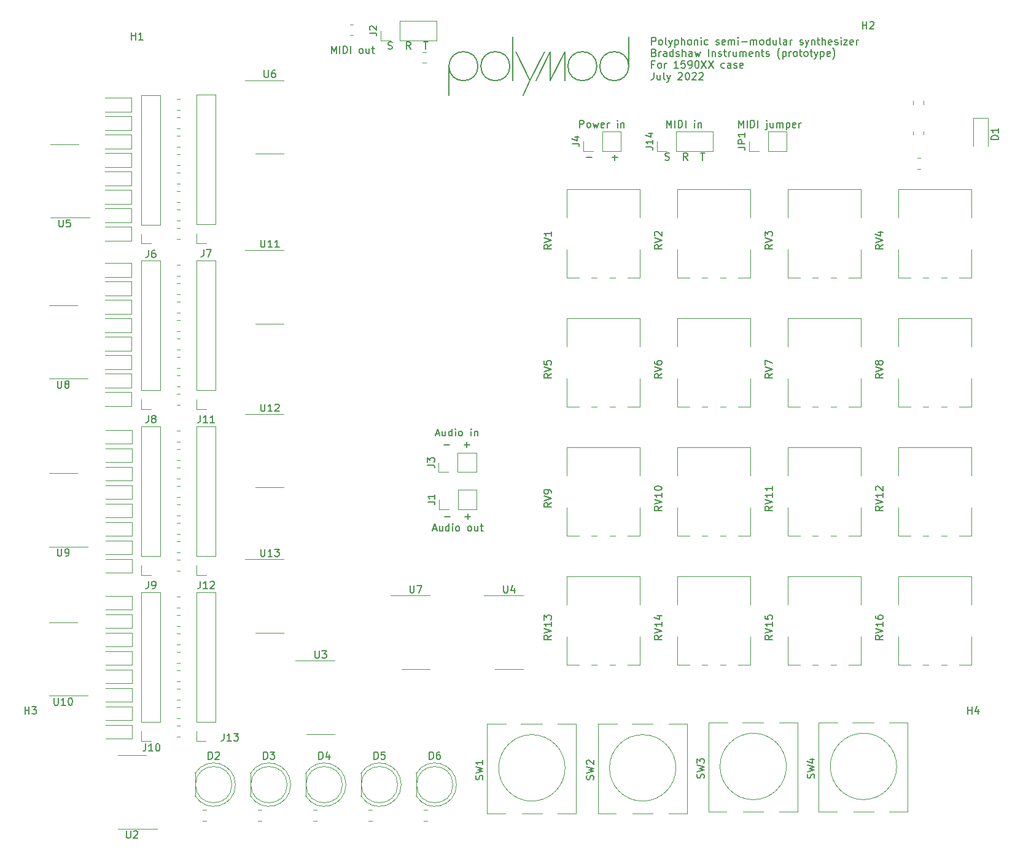
<source format=gbr>
%TF.GenerationSoftware,KiCad,Pcbnew,(6.0.1)*%
%TF.CreationDate,2022-07-13T15:29:40+01:00*%
%TF.ProjectId,polymod_proto_1,706f6c79-6d6f-4645-9f70-726f746f5f31,rev?*%
%TF.SameCoordinates,Original*%
%TF.FileFunction,Legend,Top*%
%TF.FilePolarity,Positive*%
%FSLAX46Y46*%
G04 Gerber Fmt 4.6, Leading zero omitted, Abs format (unit mm)*
G04 Created by KiCad (PCBNEW (6.0.1)) date 2022-07-13 15:29:40*
%MOMM*%
%LPD*%
G01*
G04 APERTURE LIST*
%ADD10C,0.200000*%
%ADD11C,0.150000*%
%ADD12C,0.120000*%
G04 APERTURE END LIST*
D10*
X167500000Y-43000000D02*
X167500000Y-39000000D01*
X167500000Y-43000000D02*
G75*
G03*
X167500000Y-43000000I-2000000J0D01*
G01*
X163100000Y-43000000D02*
G75*
G03*
X163100000Y-43000000I-2000000J0D01*
G01*
X158700000Y-41000000D02*
X158700000Y-45000000D01*
X156700000Y-45000000D02*
X158700000Y-41000000D01*
X156700000Y-41000000D02*
X156700000Y-45000000D01*
X154700000Y-45000000D02*
X156700000Y-41000000D01*
X153900000Y-45000000D02*
X152900000Y-47000000D01*
X153900000Y-45000000D02*
X155900000Y-41000000D01*
X153900000Y-45000000D02*
X153900000Y-45000000D01*
X151900000Y-41000000D02*
X153900000Y-45000000D01*
X151500000Y-45000000D02*
X151500000Y-39000000D01*
X142700000Y-43000000D02*
X142700000Y-47000000D01*
X151100000Y-43000000D02*
G75*
G03*
X151100000Y-43000000I-2000000J0D01*
G01*
X146700000Y-43000000D02*
G75*
G03*
X146700000Y-43000000I-2000000J0D01*
G01*
X170668095Y-40037380D02*
X170668095Y-39037380D01*
X171049047Y-39037380D01*
X171144285Y-39085000D01*
X171191904Y-39132619D01*
X171239523Y-39227857D01*
X171239523Y-39370714D01*
X171191904Y-39465952D01*
X171144285Y-39513571D01*
X171049047Y-39561190D01*
X170668095Y-39561190D01*
X171810952Y-40037380D02*
X171715714Y-39989761D01*
X171668095Y-39942142D01*
X171620476Y-39846904D01*
X171620476Y-39561190D01*
X171668095Y-39465952D01*
X171715714Y-39418333D01*
X171810952Y-39370714D01*
X171953809Y-39370714D01*
X172049047Y-39418333D01*
X172096666Y-39465952D01*
X172144285Y-39561190D01*
X172144285Y-39846904D01*
X172096666Y-39942142D01*
X172049047Y-39989761D01*
X171953809Y-40037380D01*
X171810952Y-40037380D01*
X172715714Y-40037380D02*
X172620476Y-39989761D01*
X172572857Y-39894523D01*
X172572857Y-39037380D01*
X173001428Y-39370714D02*
X173239523Y-40037380D01*
X173477619Y-39370714D02*
X173239523Y-40037380D01*
X173144285Y-40275476D01*
X173096666Y-40323095D01*
X173001428Y-40370714D01*
X173858571Y-39370714D02*
X173858571Y-40370714D01*
X173858571Y-39418333D02*
X173953809Y-39370714D01*
X174144285Y-39370714D01*
X174239523Y-39418333D01*
X174287142Y-39465952D01*
X174334761Y-39561190D01*
X174334761Y-39846904D01*
X174287142Y-39942142D01*
X174239523Y-39989761D01*
X174144285Y-40037380D01*
X173953809Y-40037380D01*
X173858571Y-39989761D01*
X174763333Y-40037380D02*
X174763333Y-39037380D01*
X175191904Y-40037380D02*
X175191904Y-39513571D01*
X175144285Y-39418333D01*
X175049047Y-39370714D01*
X174906190Y-39370714D01*
X174810952Y-39418333D01*
X174763333Y-39465952D01*
X175810952Y-40037380D02*
X175715714Y-39989761D01*
X175668095Y-39942142D01*
X175620476Y-39846904D01*
X175620476Y-39561190D01*
X175668095Y-39465952D01*
X175715714Y-39418333D01*
X175810952Y-39370714D01*
X175953809Y-39370714D01*
X176049047Y-39418333D01*
X176096666Y-39465952D01*
X176144285Y-39561190D01*
X176144285Y-39846904D01*
X176096666Y-39942142D01*
X176049047Y-39989761D01*
X175953809Y-40037380D01*
X175810952Y-40037380D01*
X176572857Y-39370714D02*
X176572857Y-40037380D01*
X176572857Y-39465952D02*
X176620476Y-39418333D01*
X176715714Y-39370714D01*
X176858571Y-39370714D01*
X176953809Y-39418333D01*
X177001428Y-39513571D01*
X177001428Y-40037380D01*
X177477619Y-40037380D02*
X177477619Y-39370714D01*
X177477619Y-39037380D02*
X177430000Y-39085000D01*
X177477619Y-39132619D01*
X177525238Y-39085000D01*
X177477619Y-39037380D01*
X177477619Y-39132619D01*
X178382380Y-39989761D02*
X178287142Y-40037380D01*
X178096666Y-40037380D01*
X178001428Y-39989761D01*
X177953809Y-39942142D01*
X177906190Y-39846904D01*
X177906190Y-39561190D01*
X177953809Y-39465952D01*
X178001428Y-39418333D01*
X178096666Y-39370714D01*
X178287142Y-39370714D01*
X178382380Y-39418333D01*
X179525238Y-39989761D02*
X179620476Y-40037380D01*
X179810952Y-40037380D01*
X179906190Y-39989761D01*
X179953809Y-39894523D01*
X179953809Y-39846904D01*
X179906190Y-39751666D01*
X179810952Y-39704047D01*
X179668095Y-39704047D01*
X179572857Y-39656428D01*
X179525238Y-39561190D01*
X179525238Y-39513571D01*
X179572857Y-39418333D01*
X179668095Y-39370714D01*
X179810952Y-39370714D01*
X179906190Y-39418333D01*
X180763333Y-39989761D02*
X180668095Y-40037380D01*
X180477619Y-40037380D01*
X180382380Y-39989761D01*
X180334761Y-39894523D01*
X180334761Y-39513571D01*
X180382380Y-39418333D01*
X180477619Y-39370714D01*
X180668095Y-39370714D01*
X180763333Y-39418333D01*
X180810952Y-39513571D01*
X180810952Y-39608809D01*
X180334761Y-39704047D01*
X181239523Y-40037380D02*
X181239523Y-39370714D01*
X181239523Y-39465952D02*
X181287142Y-39418333D01*
X181382380Y-39370714D01*
X181525238Y-39370714D01*
X181620476Y-39418333D01*
X181668095Y-39513571D01*
X181668095Y-40037380D01*
X181668095Y-39513571D02*
X181715714Y-39418333D01*
X181810952Y-39370714D01*
X181953809Y-39370714D01*
X182049047Y-39418333D01*
X182096666Y-39513571D01*
X182096666Y-40037380D01*
X182572857Y-40037380D02*
X182572857Y-39370714D01*
X182572857Y-39037380D02*
X182525238Y-39085000D01*
X182572857Y-39132619D01*
X182620476Y-39085000D01*
X182572857Y-39037380D01*
X182572857Y-39132619D01*
X183049047Y-39656428D02*
X183810952Y-39656428D01*
X184287142Y-40037380D02*
X184287142Y-39370714D01*
X184287142Y-39465952D02*
X184334761Y-39418333D01*
X184430000Y-39370714D01*
X184572857Y-39370714D01*
X184668095Y-39418333D01*
X184715714Y-39513571D01*
X184715714Y-40037380D01*
X184715714Y-39513571D02*
X184763333Y-39418333D01*
X184858571Y-39370714D01*
X185001428Y-39370714D01*
X185096666Y-39418333D01*
X185144285Y-39513571D01*
X185144285Y-40037380D01*
X185763333Y-40037380D02*
X185668095Y-39989761D01*
X185620476Y-39942142D01*
X185572857Y-39846904D01*
X185572857Y-39561190D01*
X185620476Y-39465952D01*
X185668095Y-39418333D01*
X185763333Y-39370714D01*
X185906190Y-39370714D01*
X186001428Y-39418333D01*
X186049047Y-39465952D01*
X186096666Y-39561190D01*
X186096666Y-39846904D01*
X186049047Y-39942142D01*
X186001428Y-39989761D01*
X185906190Y-40037380D01*
X185763333Y-40037380D01*
X186953809Y-40037380D02*
X186953809Y-39037380D01*
X186953809Y-39989761D02*
X186858571Y-40037380D01*
X186668095Y-40037380D01*
X186572857Y-39989761D01*
X186525238Y-39942142D01*
X186477619Y-39846904D01*
X186477619Y-39561190D01*
X186525238Y-39465952D01*
X186572857Y-39418333D01*
X186668095Y-39370714D01*
X186858571Y-39370714D01*
X186953809Y-39418333D01*
X187858571Y-39370714D02*
X187858571Y-40037380D01*
X187430000Y-39370714D02*
X187430000Y-39894523D01*
X187477619Y-39989761D01*
X187572857Y-40037380D01*
X187715714Y-40037380D01*
X187810952Y-39989761D01*
X187858571Y-39942142D01*
X188477619Y-40037380D02*
X188382380Y-39989761D01*
X188334761Y-39894523D01*
X188334761Y-39037380D01*
X189287142Y-40037380D02*
X189287142Y-39513571D01*
X189239523Y-39418333D01*
X189144285Y-39370714D01*
X188953809Y-39370714D01*
X188858571Y-39418333D01*
X189287142Y-39989761D02*
X189191904Y-40037380D01*
X188953809Y-40037380D01*
X188858571Y-39989761D01*
X188810952Y-39894523D01*
X188810952Y-39799285D01*
X188858571Y-39704047D01*
X188953809Y-39656428D01*
X189191904Y-39656428D01*
X189287142Y-39608809D01*
X189763333Y-40037380D02*
X189763333Y-39370714D01*
X189763333Y-39561190D02*
X189810952Y-39465952D01*
X189858571Y-39418333D01*
X189953809Y-39370714D01*
X190049047Y-39370714D01*
X191096666Y-39989761D02*
X191191904Y-40037380D01*
X191382380Y-40037380D01*
X191477619Y-39989761D01*
X191525238Y-39894523D01*
X191525238Y-39846904D01*
X191477619Y-39751666D01*
X191382380Y-39704047D01*
X191239523Y-39704047D01*
X191144285Y-39656428D01*
X191096666Y-39561190D01*
X191096666Y-39513571D01*
X191144285Y-39418333D01*
X191239523Y-39370714D01*
X191382380Y-39370714D01*
X191477619Y-39418333D01*
X191858571Y-39370714D02*
X192096666Y-40037380D01*
X192334761Y-39370714D02*
X192096666Y-40037380D01*
X192001428Y-40275476D01*
X191953809Y-40323095D01*
X191858571Y-40370714D01*
X192715714Y-39370714D02*
X192715714Y-40037380D01*
X192715714Y-39465952D02*
X192763333Y-39418333D01*
X192858571Y-39370714D01*
X193001428Y-39370714D01*
X193096666Y-39418333D01*
X193144285Y-39513571D01*
X193144285Y-40037380D01*
X193477619Y-39370714D02*
X193858571Y-39370714D01*
X193620476Y-39037380D02*
X193620476Y-39894523D01*
X193668095Y-39989761D01*
X193763333Y-40037380D01*
X193858571Y-40037380D01*
X194191904Y-40037380D02*
X194191904Y-39037380D01*
X194620476Y-40037380D02*
X194620476Y-39513571D01*
X194572857Y-39418333D01*
X194477619Y-39370714D01*
X194334761Y-39370714D01*
X194239523Y-39418333D01*
X194191904Y-39465952D01*
X195477619Y-39989761D02*
X195382380Y-40037380D01*
X195191904Y-40037380D01*
X195096666Y-39989761D01*
X195049047Y-39894523D01*
X195049047Y-39513571D01*
X195096666Y-39418333D01*
X195191904Y-39370714D01*
X195382380Y-39370714D01*
X195477619Y-39418333D01*
X195525238Y-39513571D01*
X195525238Y-39608809D01*
X195049047Y-39704047D01*
X195906190Y-39989761D02*
X196001428Y-40037380D01*
X196191904Y-40037380D01*
X196287142Y-39989761D01*
X196334761Y-39894523D01*
X196334761Y-39846904D01*
X196287142Y-39751666D01*
X196191904Y-39704047D01*
X196049047Y-39704047D01*
X195953809Y-39656428D01*
X195906190Y-39561190D01*
X195906190Y-39513571D01*
X195953809Y-39418333D01*
X196049047Y-39370714D01*
X196191904Y-39370714D01*
X196287142Y-39418333D01*
X196763333Y-40037380D02*
X196763333Y-39370714D01*
X196763333Y-39037380D02*
X196715714Y-39085000D01*
X196763333Y-39132619D01*
X196810952Y-39085000D01*
X196763333Y-39037380D01*
X196763333Y-39132619D01*
X197144285Y-39370714D02*
X197668095Y-39370714D01*
X197144285Y-40037380D01*
X197668095Y-40037380D01*
X198430000Y-39989761D02*
X198334761Y-40037380D01*
X198144285Y-40037380D01*
X198049047Y-39989761D01*
X198001428Y-39894523D01*
X198001428Y-39513571D01*
X198049047Y-39418333D01*
X198144285Y-39370714D01*
X198334761Y-39370714D01*
X198430000Y-39418333D01*
X198477619Y-39513571D01*
X198477619Y-39608809D01*
X198001428Y-39704047D01*
X198906190Y-40037380D02*
X198906190Y-39370714D01*
X198906190Y-39561190D02*
X198953809Y-39465952D01*
X199001428Y-39418333D01*
X199096666Y-39370714D01*
X199191904Y-39370714D01*
X171001428Y-41123571D02*
X171144285Y-41171190D01*
X171191904Y-41218809D01*
X171239523Y-41314047D01*
X171239523Y-41456904D01*
X171191904Y-41552142D01*
X171144285Y-41599761D01*
X171049047Y-41647380D01*
X170668095Y-41647380D01*
X170668095Y-40647380D01*
X171001428Y-40647380D01*
X171096666Y-40695000D01*
X171144285Y-40742619D01*
X171191904Y-40837857D01*
X171191904Y-40933095D01*
X171144285Y-41028333D01*
X171096666Y-41075952D01*
X171001428Y-41123571D01*
X170668095Y-41123571D01*
X171668095Y-41647380D02*
X171668095Y-40980714D01*
X171668095Y-41171190D02*
X171715714Y-41075952D01*
X171763333Y-41028333D01*
X171858571Y-40980714D01*
X171953809Y-40980714D01*
X172715714Y-41647380D02*
X172715714Y-41123571D01*
X172668095Y-41028333D01*
X172572857Y-40980714D01*
X172382380Y-40980714D01*
X172287142Y-41028333D01*
X172715714Y-41599761D02*
X172620476Y-41647380D01*
X172382380Y-41647380D01*
X172287142Y-41599761D01*
X172239523Y-41504523D01*
X172239523Y-41409285D01*
X172287142Y-41314047D01*
X172382380Y-41266428D01*
X172620476Y-41266428D01*
X172715714Y-41218809D01*
X173620476Y-41647380D02*
X173620476Y-40647380D01*
X173620476Y-41599761D02*
X173525238Y-41647380D01*
X173334761Y-41647380D01*
X173239523Y-41599761D01*
X173191904Y-41552142D01*
X173144285Y-41456904D01*
X173144285Y-41171190D01*
X173191904Y-41075952D01*
X173239523Y-41028333D01*
X173334761Y-40980714D01*
X173525238Y-40980714D01*
X173620476Y-41028333D01*
X174049047Y-41599761D02*
X174144285Y-41647380D01*
X174334761Y-41647380D01*
X174430000Y-41599761D01*
X174477619Y-41504523D01*
X174477619Y-41456904D01*
X174430000Y-41361666D01*
X174334761Y-41314047D01*
X174191904Y-41314047D01*
X174096666Y-41266428D01*
X174049047Y-41171190D01*
X174049047Y-41123571D01*
X174096666Y-41028333D01*
X174191904Y-40980714D01*
X174334761Y-40980714D01*
X174430000Y-41028333D01*
X174906190Y-41647380D02*
X174906190Y-40647380D01*
X175334761Y-41647380D02*
X175334761Y-41123571D01*
X175287142Y-41028333D01*
X175191904Y-40980714D01*
X175049047Y-40980714D01*
X174953809Y-41028333D01*
X174906190Y-41075952D01*
X176239523Y-41647380D02*
X176239523Y-41123571D01*
X176191904Y-41028333D01*
X176096666Y-40980714D01*
X175906190Y-40980714D01*
X175810952Y-41028333D01*
X176239523Y-41599761D02*
X176144285Y-41647380D01*
X175906190Y-41647380D01*
X175810952Y-41599761D01*
X175763333Y-41504523D01*
X175763333Y-41409285D01*
X175810952Y-41314047D01*
X175906190Y-41266428D01*
X176144285Y-41266428D01*
X176239523Y-41218809D01*
X176620476Y-40980714D02*
X176810952Y-41647380D01*
X177001428Y-41171190D01*
X177191904Y-41647380D01*
X177382380Y-40980714D01*
X178525238Y-41647380D02*
X178525238Y-40647380D01*
X179001428Y-40980714D02*
X179001428Y-41647380D01*
X179001428Y-41075952D02*
X179049047Y-41028333D01*
X179144285Y-40980714D01*
X179287142Y-40980714D01*
X179382380Y-41028333D01*
X179430000Y-41123571D01*
X179430000Y-41647380D01*
X179858571Y-41599761D02*
X179953809Y-41647380D01*
X180144285Y-41647380D01*
X180239523Y-41599761D01*
X180287142Y-41504523D01*
X180287142Y-41456904D01*
X180239523Y-41361666D01*
X180144285Y-41314047D01*
X180001428Y-41314047D01*
X179906190Y-41266428D01*
X179858571Y-41171190D01*
X179858571Y-41123571D01*
X179906190Y-41028333D01*
X180001428Y-40980714D01*
X180144285Y-40980714D01*
X180239523Y-41028333D01*
X180572857Y-40980714D02*
X180953809Y-40980714D01*
X180715714Y-40647380D02*
X180715714Y-41504523D01*
X180763333Y-41599761D01*
X180858571Y-41647380D01*
X180953809Y-41647380D01*
X181287142Y-41647380D02*
X181287142Y-40980714D01*
X181287142Y-41171190D02*
X181334761Y-41075952D01*
X181382380Y-41028333D01*
X181477619Y-40980714D01*
X181572857Y-40980714D01*
X182334761Y-40980714D02*
X182334761Y-41647380D01*
X181906190Y-40980714D02*
X181906190Y-41504523D01*
X181953809Y-41599761D01*
X182049047Y-41647380D01*
X182191904Y-41647380D01*
X182287142Y-41599761D01*
X182334761Y-41552142D01*
X182810952Y-41647380D02*
X182810952Y-40980714D01*
X182810952Y-41075952D02*
X182858571Y-41028333D01*
X182953809Y-40980714D01*
X183096666Y-40980714D01*
X183191904Y-41028333D01*
X183239523Y-41123571D01*
X183239523Y-41647380D01*
X183239523Y-41123571D02*
X183287142Y-41028333D01*
X183382380Y-40980714D01*
X183525238Y-40980714D01*
X183620476Y-41028333D01*
X183668095Y-41123571D01*
X183668095Y-41647380D01*
X184525238Y-41599761D02*
X184430000Y-41647380D01*
X184239523Y-41647380D01*
X184144285Y-41599761D01*
X184096666Y-41504523D01*
X184096666Y-41123571D01*
X184144285Y-41028333D01*
X184239523Y-40980714D01*
X184430000Y-40980714D01*
X184525238Y-41028333D01*
X184572857Y-41123571D01*
X184572857Y-41218809D01*
X184096666Y-41314047D01*
X185001428Y-40980714D02*
X185001428Y-41647380D01*
X185001428Y-41075952D02*
X185049047Y-41028333D01*
X185144285Y-40980714D01*
X185287142Y-40980714D01*
X185382380Y-41028333D01*
X185430000Y-41123571D01*
X185430000Y-41647380D01*
X185763333Y-40980714D02*
X186144285Y-40980714D01*
X185906190Y-40647380D02*
X185906190Y-41504523D01*
X185953809Y-41599761D01*
X186049047Y-41647380D01*
X186144285Y-41647380D01*
X186430000Y-41599761D02*
X186525238Y-41647380D01*
X186715714Y-41647380D01*
X186810952Y-41599761D01*
X186858571Y-41504523D01*
X186858571Y-41456904D01*
X186810952Y-41361666D01*
X186715714Y-41314047D01*
X186572857Y-41314047D01*
X186477619Y-41266428D01*
X186430000Y-41171190D01*
X186430000Y-41123571D01*
X186477619Y-41028333D01*
X186572857Y-40980714D01*
X186715714Y-40980714D01*
X186810952Y-41028333D01*
X188334761Y-42028333D02*
X188287142Y-41980714D01*
X188191904Y-41837857D01*
X188144285Y-41742619D01*
X188096666Y-41599761D01*
X188049047Y-41361666D01*
X188049047Y-41171190D01*
X188096666Y-40933095D01*
X188144285Y-40790238D01*
X188191904Y-40695000D01*
X188287142Y-40552142D01*
X188334761Y-40504523D01*
X188715714Y-40980714D02*
X188715714Y-41980714D01*
X188715714Y-41028333D02*
X188810952Y-40980714D01*
X189001428Y-40980714D01*
X189096666Y-41028333D01*
X189144285Y-41075952D01*
X189191904Y-41171190D01*
X189191904Y-41456904D01*
X189144285Y-41552142D01*
X189096666Y-41599761D01*
X189001428Y-41647380D01*
X188810952Y-41647380D01*
X188715714Y-41599761D01*
X189620476Y-41647380D02*
X189620476Y-40980714D01*
X189620476Y-41171190D02*
X189668095Y-41075952D01*
X189715714Y-41028333D01*
X189810952Y-40980714D01*
X189906190Y-40980714D01*
X190382380Y-41647380D02*
X190287142Y-41599761D01*
X190239523Y-41552142D01*
X190191904Y-41456904D01*
X190191904Y-41171190D01*
X190239523Y-41075952D01*
X190287142Y-41028333D01*
X190382380Y-40980714D01*
X190525238Y-40980714D01*
X190620476Y-41028333D01*
X190668095Y-41075952D01*
X190715714Y-41171190D01*
X190715714Y-41456904D01*
X190668095Y-41552142D01*
X190620476Y-41599761D01*
X190525238Y-41647380D01*
X190382380Y-41647380D01*
X191001428Y-40980714D02*
X191382380Y-40980714D01*
X191144285Y-40647380D02*
X191144285Y-41504523D01*
X191191904Y-41599761D01*
X191287142Y-41647380D01*
X191382380Y-41647380D01*
X191858571Y-41647380D02*
X191763333Y-41599761D01*
X191715714Y-41552142D01*
X191668095Y-41456904D01*
X191668095Y-41171190D01*
X191715714Y-41075952D01*
X191763333Y-41028333D01*
X191858571Y-40980714D01*
X192001428Y-40980714D01*
X192096666Y-41028333D01*
X192144285Y-41075952D01*
X192191904Y-41171190D01*
X192191904Y-41456904D01*
X192144285Y-41552142D01*
X192096666Y-41599761D01*
X192001428Y-41647380D01*
X191858571Y-41647380D01*
X192477619Y-40980714D02*
X192858571Y-40980714D01*
X192620476Y-40647380D02*
X192620476Y-41504523D01*
X192668095Y-41599761D01*
X192763333Y-41647380D01*
X192858571Y-41647380D01*
X193096666Y-40980714D02*
X193334761Y-41647380D01*
X193572857Y-40980714D02*
X193334761Y-41647380D01*
X193239523Y-41885476D01*
X193191904Y-41933095D01*
X193096666Y-41980714D01*
X193953809Y-40980714D02*
X193953809Y-41980714D01*
X193953809Y-41028333D02*
X194049047Y-40980714D01*
X194239523Y-40980714D01*
X194334761Y-41028333D01*
X194382380Y-41075952D01*
X194430000Y-41171190D01*
X194430000Y-41456904D01*
X194382380Y-41552142D01*
X194334761Y-41599761D01*
X194239523Y-41647380D01*
X194049047Y-41647380D01*
X193953809Y-41599761D01*
X195239523Y-41599761D02*
X195144285Y-41647380D01*
X194953809Y-41647380D01*
X194858571Y-41599761D01*
X194810952Y-41504523D01*
X194810952Y-41123571D01*
X194858571Y-41028333D01*
X194953809Y-40980714D01*
X195144285Y-40980714D01*
X195239523Y-41028333D01*
X195287142Y-41123571D01*
X195287142Y-41218809D01*
X194810952Y-41314047D01*
X195620476Y-42028333D02*
X195668095Y-41980714D01*
X195763333Y-41837857D01*
X195810952Y-41742619D01*
X195858571Y-41599761D01*
X195906190Y-41361666D01*
X195906190Y-41171190D01*
X195858571Y-40933095D01*
X195810952Y-40790238D01*
X195763333Y-40695000D01*
X195668095Y-40552142D01*
X195620476Y-40504523D01*
X171001428Y-42733571D02*
X170668095Y-42733571D01*
X170668095Y-43257380D02*
X170668095Y-42257380D01*
X171144285Y-42257380D01*
X171668095Y-43257380D02*
X171572857Y-43209761D01*
X171525238Y-43162142D01*
X171477619Y-43066904D01*
X171477619Y-42781190D01*
X171525238Y-42685952D01*
X171572857Y-42638333D01*
X171668095Y-42590714D01*
X171810952Y-42590714D01*
X171906190Y-42638333D01*
X171953809Y-42685952D01*
X172001428Y-42781190D01*
X172001428Y-43066904D01*
X171953809Y-43162142D01*
X171906190Y-43209761D01*
X171810952Y-43257380D01*
X171668095Y-43257380D01*
X172430000Y-43257380D02*
X172430000Y-42590714D01*
X172430000Y-42781190D02*
X172477619Y-42685952D01*
X172525238Y-42638333D01*
X172620476Y-42590714D01*
X172715714Y-42590714D01*
X174334761Y-43257380D02*
X173763333Y-43257380D01*
X174049047Y-43257380D02*
X174049047Y-42257380D01*
X173953809Y-42400238D01*
X173858571Y-42495476D01*
X173763333Y-42543095D01*
X175239523Y-42257380D02*
X174763333Y-42257380D01*
X174715714Y-42733571D01*
X174763333Y-42685952D01*
X174858571Y-42638333D01*
X175096666Y-42638333D01*
X175191904Y-42685952D01*
X175239523Y-42733571D01*
X175287142Y-42828809D01*
X175287142Y-43066904D01*
X175239523Y-43162142D01*
X175191904Y-43209761D01*
X175096666Y-43257380D01*
X174858571Y-43257380D01*
X174763333Y-43209761D01*
X174715714Y-43162142D01*
X175763333Y-43257380D02*
X175953809Y-43257380D01*
X176049047Y-43209761D01*
X176096666Y-43162142D01*
X176191904Y-43019285D01*
X176239523Y-42828809D01*
X176239523Y-42447857D01*
X176191904Y-42352619D01*
X176144285Y-42305000D01*
X176049047Y-42257380D01*
X175858571Y-42257380D01*
X175763333Y-42305000D01*
X175715714Y-42352619D01*
X175668095Y-42447857D01*
X175668095Y-42685952D01*
X175715714Y-42781190D01*
X175763333Y-42828809D01*
X175858571Y-42876428D01*
X176049047Y-42876428D01*
X176144285Y-42828809D01*
X176191904Y-42781190D01*
X176239523Y-42685952D01*
X176858571Y-42257380D02*
X176953809Y-42257380D01*
X177049047Y-42305000D01*
X177096666Y-42352619D01*
X177144285Y-42447857D01*
X177191904Y-42638333D01*
X177191904Y-42876428D01*
X177144285Y-43066904D01*
X177096666Y-43162142D01*
X177049047Y-43209761D01*
X176953809Y-43257380D01*
X176858571Y-43257380D01*
X176763333Y-43209761D01*
X176715714Y-43162142D01*
X176668095Y-43066904D01*
X176620476Y-42876428D01*
X176620476Y-42638333D01*
X176668095Y-42447857D01*
X176715714Y-42352619D01*
X176763333Y-42305000D01*
X176858571Y-42257380D01*
X177525238Y-42257380D02*
X178191904Y-43257380D01*
X178191904Y-42257380D02*
X177525238Y-43257380D01*
X178477619Y-42257380D02*
X179144285Y-43257380D01*
X179144285Y-42257380D02*
X178477619Y-43257380D01*
X180715714Y-43209761D02*
X180620476Y-43257380D01*
X180430000Y-43257380D01*
X180334761Y-43209761D01*
X180287142Y-43162142D01*
X180239523Y-43066904D01*
X180239523Y-42781190D01*
X180287142Y-42685952D01*
X180334761Y-42638333D01*
X180430000Y-42590714D01*
X180620476Y-42590714D01*
X180715714Y-42638333D01*
X181572857Y-43257380D02*
X181572857Y-42733571D01*
X181525238Y-42638333D01*
X181430000Y-42590714D01*
X181239523Y-42590714D01*
X181144285Y-42638333D01*
X181572857Y-43209761D02*
X181477619Y-43257380D01*
X181239523Y-43257380D01*
X181144285Y-43209761D01*
X181096666Y-43114523D01*
X181096666Y-43019285D01*
X181144285Y-42924047D01*
X181239523Y-42876428D01*
X181477619Y-42876428D01*
X181572857Y-42828809D01*
X182001428Y-43209761D02*
X182096666Y-43257380D01*
X182287142Y-43257380D01*
X182382380Y-43209761D01*
X182430000Y-43114523D01*
X182430000Y-43066904D01*
X182382380Y-42971666D01*
X182287142Y-42924047D01*
X182144285Y-42924047D01*
X182049047Y-42876428D01*
X182001428Y-42781190D01*
X182001428Y-42733571D01*
X182049047Y-42638333D01*
X182144285Y-42590714D01*
X182287142Y-42590714D01*
X182382380Y-42638333D01*
X183239523Y-43209761D02*
X183144285Y-43257380D01*
X182953809Y-43257380D01*
X182858571Y-43209761D01*
X182810952Y-43114523D01*
X182810952Y-42733571D01*
X182858571Y-42638333D01*
X182953809Y-42590714D01*
X183144285Y-42590714D01*
X183239523Y-42638333D01*
X183287142Y-42733571D01*
X183287142Y-42828809D01*
X182810952Y-42924047D01*
X170953809Y-43867380D02*
X170953809Y-44581666D01*
X170906190Y-44724523D01*
X170810952Y-44819761D01*
X170668095Y-44867380D01*
X170572857Y-44867380D01*
X171858571Y-44200714D02*
X171858571Y-44867380D01*
X171430000Y-44200714D02*
X171430000Y-44724523D01*
X171477619Y-44819761D01*
X171572857Y-44867380D01*
X171715714Y-44867380D01*
X171810952Y-44819761D01*
X171858571Y-44772142D01*
X172477619Y-44867380D02*
X172382380Y-44819761D01*
X172334761Y-44724523D01*
X172334761Y-43867380D01*
X172763333Y-44200714D02*
X173001428Y-44867380D01*
X173239523Y-44200714D02*
X173001428Y-44867380D01*
X172906190Y-45105476D01*
X172858571Y-45153095D01*
X172763333Y-45200714D01*
X174334761Y-43962619D02*
X174382380Y-43915000D01*
X174477619Y-43867380D01*
X174715714Y-43867380D01*
X174810952Y-43915000D01*
X174858571Y-43962619D01*
X174906190Y-44057857D01*
X174906190Y-44153095D01*
X174858571Y-44295952D01*
X174287142Y-44867380D01*
X174906190Y-44867380D01*
X175525238Y-43867380D02*
X175620476Y-43867380D01*
X175715714Y-43915000D01*
X175763333Y-43962619D01*
X175810952Y-44057857D01*
X175858571Y-44248333D01*
X175858571Y-44486428D01*
X175810952Y-44676904D01*
X175763333Y-44772142D01*
X175715714Y-44819761D01*
X175620476Y-44867380D01*
X175525238Y-44867380D01*
X175430000Y-44819761D01*
X175382380Y-44772142D01*
X175334761Y-44676904D01*
X175287142Y-44486428D01*
X175287142Y-44248333D01*
X175334761Y-44057857D01*
X175382380Y-43962619D01*
X175430000Y-43915000D01*
X175525238Y-43867380D01*
X176239523Y-43962619D02*
X176287142Y-43915000D01*
X176382380Y-43867380D01*
X176620476Y-43867380D01*
X176715714Y-43915000D01*
X176763333Y-43962619D01*
X176810952Y-44057857D01*
X176810952Y-44153095D01*
X176763333Y-44295952D01*
X176191904Y-44867380D01*
X176810952Y-44867380D01*
X177191904Y-43962619D02*
X177239523Y-43915000D01*
X177334761Y-43867380D01*
X177572857Y-43867380D01*
X177668095Y-43915000D01*
X177715714Y-43962619D01*
X177763333Y-44057857D01*
X177763333Y-44153095D01*
X177715714Y-44295952D01*
X177144285Y-44867380D01*
X177763333Y-44867380D01*
D11*
X142138095Y-105066428D02*
X142900000Y-105066428D01*
X144900000Y-105066428D02*
X145661904Y-105066428D01*
X145280952Y-105447380D02*
X145280952Y-104685476D01*
X140495238Y-106771666D02*
X140971428Y-106771666D01*
X140400000Y-107057380D02*
X140733333Y-106057380D01*
X141066666Y-107057380D01*
X141828571Y-106390714D02*
X141828571Y-107057380D01*
X141400000Y-106390714D02*
X141400000Y-106914523D01*
X141447619Y-107009761D01*
X141542857Y-107057380D01*
X141685714Y-107057380D01*
X141780952Y-107009761D01*
X141828571Y-106962142D01*
X142733333Y-107057380D02*
X142733333Y-106057380D01*
X142733333Y-107009761D02*
X142638095Y-107057380D01*
X142447619Y-107057380D01*
X142352380Y-107009761D01*
X142304761Y-106962142D01*
X142257142Y-106866904D01*
X142257142Y-106581190D01*
X142304761Y-106485952D01*
X142352380Y-106438333D01*
X142447619Y-106390714D01*
X142638095Y-106390714D01*
X142733333Y-106438333D01*
X143209523Y-107057380D02*
X143209523Y-106390714D01*
X143209523Y-106057380D02*
X143161904Y-106105000D01*
X143209523Y-106152619D01*
X143257142Y-106105000D01*
X143209523Y-106057380D01*
X143209523Y-106152619D01*
X143828571Y-107057380D02*
X143733333Y-107009761D01*
X143685714Y-106962142D01*
X143638095Y-106866904D01*
X143638095Y-106581190D01*
X143685714Y-106485952D01*
X143733333Y-106438333D01*
X143828571Y-106390714D01*
X143971428Y-106390714D01*
X144066666Y-106438333D01*
X144114285Y-106485952D01*
X144161904Y-106581190D01*
X144161904Y-106866904D01*
X144114285Y-106962142D01*
X144066666Y-107009761D01*
X143971428Y-107057380D01*
X143828571Y-107057380D01*
X145495238Y-107057380D02*
X145400000Y-107009761D01*
X145352380Y-106962142D01*
X145304761Y-106866904D01*
X145304761Y-106581190D01*
X145352380Y-106485952D01*
X145400000Y-106438333D01*
X145495238Y-106390714D01*
X145638095Y-106390714D01*
X145733333Y-106438333D01*
X145780952Y-106485952D01*
X145828571Y-106581190D01*
X145828571Y-106866904D01*
X145780952Y-106962142D01*
X145733333Y-107009761D01*
X145638095Y-107057380D01*
X145495238Y-107057380D01*
X146685714Y-106390714D02*
X146685714Y-107057380D01*
X146257142Y-106390714D02*
X146257142Y-106914523D01*
X146304761Y-107009761D01*
X146400000Y-107057380D01*
X146542857Y-107057380D01*
X146638095Y-107009761D01*
X146685714Y-106962142D01*
X147019047Y-106390714D02*
X147400000Y-106390714D01*
X147161904Y-106057380D02*
X147161904Y-106914523D01*
X147209523Y-107009761D01*
X147304761Y-107057380D01*
X147400000Y-107057380D01*
X140895238Y-93661666D02*
X141371428Y-93661666D01*
X140800000Y-93947380D02*
X141133333Y-92947380D01*
X141466666Y-93947380D01*
X142228571Y-93280714D02*
X142228571Y-93947380D01*
X141800000Y-93280714D02*
X141800000Y-93804523D01*
X141847619Y-93899761D01*
X141942857Y-93947380D01*
X142085714Y-93947380D01*
X142180952Y-93899761D01*
X142228571Y-93852142D01*
X143133333Y-93947380D02*
X143133333Y-92947380D01*
X143133333Y-93899761D02*
X143038095Y-93947380D01*
X142847619Y-93947380D01*
X142752380Y-93899761D01*
X142704761Y-93852142D01*
X142657142Y-93756904D01*
X142657142Y-93471190D01*
X142704761Y-93375952D01*
X142752380Y-93328333D01*
X142847619Y-93280714D01*
X143038095Y-93280714D01*
X143133333Y-93328333D01*
X143609523Y-93947380D02*
X143609523Y-93280714D01*
X143609523Y-92947380D02*
X143561904Y-92995000D01*
X143609523Y-93042619D01*
X143657142Y-92995000D01*
X143609523Y-92947380D01*
X143609523Y-93042619D01*
X144228571Y-93947380D02*
X144133333Y-93899761D01*
X144085714Y-93852142D01*
X144038095Y-93756904D01*
X144038095Y-93471190D01*
X144085714Y-93375952D01*
X144133333Y-93328333D01*
X144228571Y-93280714D01*
X144371428Y-93280714D01*
X144466666Y-93328333D01*
X144514285Y-93375952D01*
X144561904Y-93471190D01*
X144561904Y-93756904D01*
X144514285Y-93852142D01*
X144466666Y-93899761D01*
X144371428Y-93947380D01*
X144228571Y-93947380D01*
X145752380Y-93947380D02*
X145752380Y-93280714D01*
X145752380Y-92947380D02*
X145704761Y-92995000D01*
X145752380Y-93042619D01*
X145800000Y-92995000D01*
X145752380Y-92947380D01*
X145752380Y-93042619D01*
X146228571Y-93280714D02*
X146228571Y-93947380D01*
X146228571Y-93375952D02*
X146276190Y-93328333D01*
X146371428Y-93280714D01*
X146514285Y-93280714D01*
X146609523Y-93328333D01*
X146657142Y-93423571D01*
X146657142Y-93947380D01*
X142038095Y-95176428D02*
X142800000Y-95176428D01*
X144800000Y-95176428D02*
X145561904Y-95176428D01*
X145180952Y-95557380D02*
X145180952Y-94795476D01*
X182661904Y-51452380D02*
X182661904Y-50452380D01*
X182995238Y-51166666D01*
X183328571Y-50452380D01*
X183328571Y-51452380D01*
X183804761Y-51452380D02*
X183804761Y-50452380D01*
X184280952Y-51452380D02*
X184280952Y-50452380D01*
X184519047Y-50452380D01*
X184661904Y-50500000D01*
X184757142Y-50595238D01*
X184804761Y-50690476D01*
X184852380Y-50880952D01*
X184852380Y-51023809D01*
X184804761Y-51214285D01*
X184757142Y-51309523D01*
X184661904Y-51404761D01*
X184519047Y-51452380D01*
X184280952Y-51452380D01*
X185280952Y-51452380D02*
X185280952Y-50452380D01*
X186519047Y-50785714D02*
X186519047Y-51642857D01*
X186471428Y-51738095D01*
X186376190Y-51785714D01*
X186328571Y-51785714D01*
X186519047Y-50452380D02*
X186471428Y-50500000D01*
X186519047Y-50547619D01*
X186566666Y-50500000D01*
X186519047Y-50452380D01*
X186519047Y-50547619D01*
X187423809Y-50785714D02*
X187423809Y-51452380D01*
X186995238Y-50785714D02*
X186995238Y-51309523D01*
X187042857Y-51404761D01*
X187138095Y-51452380D01*
X187280952Y-51452380D01*
X187376190Y-51404761D01*
X187423809Y-51357142D01*
X187900000Y-51452380D02*
X187900000Y-50785714D01*
X187900000Y-50880952D02*
X187947619Y-50833333D01*
X188042857Y-50785714D01*
X188185714Y-50785714D01*
X188280952Y-50833333D01*
X188328571Y-50928571D01*
X188328571Y-51452380D01*
X188328571Y-50928571D02*
X188376190Y-50833333D01*
X188471428Y-50785714D01*
X188614285Y-50785714D01*
X188709523Y-50833333D01*
X188757142Y-50928571D01*
X188757142Y-51452380D01*
X189233333Y-50785714D02*
X189233333Y-51785714D01*
X189233333Y-50833333D02*
X189328571Y-50785714D01*
X189519047Y-50785714D01*
X189614285Y-50833333D01*
X189661904Y-50880952D01*
X189709523Y-50976190D01*
X189709523Y-51261904D01*
X189661904Y-51357142D01*
X189614285Y-51404761D01*
X189519047Y-51452380D01*
X189328571Y-51452380D01*
X189233333Y-51404761D01*
X190519047Y-51404761D02*
X190423809Y-51452380D01*
X190233333Y-51452380D01*
X190138095Y-51404761D01*
X190090476Y-51309523D01*
X190090476Y-50928571D01*
X190138095Y-50833333D01*
X190233333Y-50785714D01*
X190423809Y-50785714D01*
X190519047Y-50833333D01*
X190566666Y-50928571D01*
X190566666Y-51023809D01*
X190090476Y-51119047D01*
X190995238Y-51452380D02*
X190995238Y-50785714D01*
X190995238Y-50976190D02*
X191042857Y-50880952D01*
X191090476Y-50833333D01*
X191185714Y-50785714D01*
X191280952Y-50785714D01*
X172509523Y-55904761D02*
X172652380Y-55952380D01*
X172890476Y-55952380D01*
X172985714Y-55904761D01*
X173033333Y-55857142D01*
X173080952Y-55761904D01*
X173080952Y-55666666D01*
X173033333Y-55571428D01*
X172985714Y-55523809D01*
X172890476Y-55476190D01*
X172700000Y-55428571D01*
X172604761Y-55380952D01*
X172557142Y-55333333D01*
X172509523Y-55238095D01*
X172509523Y-55142857D01*
X172557142Y-55047619D01*
X172604761Y-55000000D01*
X172700000Y-54952380D01*
X172938095Y-54952380D01*
X173080952Y-55000000D01*
X175604761Y-55952380D02*
X175271428Y-55476190D01*
X175033333Y-55952380D02*
X175033333Y-54952380D01*
X175414285Y-54952380D01*
X175509523Y-55000000D01*
X175557142Y-55047619D01*
X175604761Y-55142857D01*
X175604761Y-55285714D01*
X175557142Y-55380952D01*
X175509523Y-55428571D01*
X175414285Y-55476190D01*
X175033333Y-55476190D01*
X177414285Y-54952380D02*
X177985714Y-54952380D01*
X177700000Y-55952380D02*
X177700000Y-54952380D01*
X172719047Y-51452380D02*
X172719047Y-50452380D01*
X173052380Y-51166666D01*
X173385714Y-50452380D01*
X173385714Y-51452380D01*
X173861904Y-51452380D02*
X173861904Y-50452380D01*
X174338095Y-51452380D02*
X174338095Y-50452380D01*
X174576190Y-50452380D01*
X174719047Y-50500000D01*
X174814285Y-50595238D01*
X174861904Y-50690476D01*
X174909523Y-50880952D01*
X174909523Y-51023809D01*
X174861904Y-51214285D01*
X174814285Y-51309523D01*
X174719047Y-51404761D01*
X174576190Y-51452380D01*
X174338095Y-51452380D01*
X175338095Y-51452380D02*
X175338095Y-50452380D01*
X176576190Y-51452380D02*
X176576190Y-50785714D01*
X176576190Y-50452380D02*
X176528571Y-50500000D01*
X176576190Y-50547619D01*
X176623809Y-50500000D01*
X176576190Y-50452380D01*
X176576190Y-50547619D01*
X177052380Y-50785714D02*
X177052380Y-51452380D01*
X177052380Y-50880952D02*
X177100000Y-50833333D01*
X177195238Y-50785714D01*
X177338095Y-50785714D01*
X177433333Y-50833333D01*
X177480952Y-50928571D01*
X177480952Y-51452380D01*
X161657142Y-55571428D02*
X162419047Y-55571428D01*
X165180952Y-55571428D02*
X165942857Y-55571428D01*
X165561904Y-55952380D02*
X165561904Y-55190476D01*
X160752380Y-51452380D02*
X160752380Y-50452380D01*
X161133333Y-50452380D01*
X161228571Y-50500000D01*
X161276190Y-50547619D01*
X161323809Y-50642857D01*
X161323809Y-50785714D01*
X161276190Y-50880952D01*
X161228571Y-50928571D01*
X161133333Y-50976190D01*
X160752380Y-50976190D01*
X161895238Y-51452380D02*
X161800000Y-51404761D01*
X161752380Y-51357142D01*
X161704761Y-51261904D01*
X161704761Y-50976190D01*
X161752380Y-50880952D01*
X161800000Y-50833333D01*
X161895238Y-50785714D01*
X162038095Y-50785714D01*
X162133333Y-50833333D01*
X162180952Y-50880952D01*
X162228571Y-50976190D01*
X162228571Y-51261904D01*
X162180952Y-51357142D01*
X162133333Y-51404761D01*
X162038095Y-51452380D01*
X161895238Y-51452380D01*
X162561904Y-50785714D02*
X162752380Y-51452380D01*
X162942857Y-50976190D01*
X163133333Y-51452380D01*
X163323809Y-50785714D01*
X164085714Y-51404761D02*
X163990476Y-51452380D01*
X163800000Y-51452380D01*
X163704761Y-51404761D01*
X163657142Y-51309523D01*
X163657142Y-50928571D01*
X163704761Y-50833333D01*
X163800000Y-50785714D01*
X163990476Y-50785714D01*
X164085714Y-50833333D01*
X164133333Y-50928571D01*
X164133333Y-51023809D01*
X163657142Y-51119047D01*
X164561904Y-51452380D02*
X164561904Y-50785714D01*
X164561904Y-50976190D02*
X164609523Y-50880952D01*
X164657142Y-50833333D01*
X164752380Y-50785714D01*
X164847619Y-50785714D01*
X165942857Y-51452380D02*
X165942857Y-50785714D01*
X165942857Y-50452380D02*
X165895238Y-50500000D01*
X165942857Y-50547619D01*
X165990476Y-50500000D01*
X165942857Y-50452380D01*
X165942857Y-50547619D01*
X166419047Y-50785714D02*
X166419047Y-51452380D01*
X166419047Y-50880952D02*
X166466666Y-50833333D01*
X166561904Y-50785714D01*
X166704761Y-50785714D01*
X166800000Y-50833333D01*
X166847619Y-50928571D01*
X166847619Y-51452380D01*
X134309523Y-40604761D02*
X134452380Y-40652380D01*
X134690476Y-40652380D01*
X134785714Y-40604761D01*
X134833333Y-40557142D01*
X134880952Y-40461904D01*
X134880952Y-40366666D01*
X134833333Y-40271428D01*
X134785714Y-40223809D01*
X134690476Y-40176190D01*
X134500000Y-40128571D01*
X134404761Y-40080952D01*
X134357142Y-40033333D01*
X134309523Y-39938095D01*
X134309523Y-39842857D01*
X134357142Y-39747619D01*
X134404761Y-39700000D01*
X134500000Y-39652380D01*
X134738095Y-39652380D01*
X134880952Y-39700000D01*
X137404761Y-40652380D02*
X137071428Y-40176190D01*
X136833333Y-40652380D02*
X136833333Y-39652380D01*
X137214285Y-39652380D01*
X137309523Y-39700000D01*
X137357142Y-39747619D01*
X137404761Y-39842857D01*
X137404761Y-39985714D01*
X137357142Y-40080952D01*
X137309523Y-40128571D01*
X137214285Y-40176190D01*
X136833333Y-40176190D01*
X139214285Y-39652380D02*
X139785714Y-39652380D01*
X139500000Y-40652380D02*
X139500000Y-39652380D01*
X126519047Y-41252380D02*
X126519047Y-40252380D01*
X126852380Y-40966666D01*
X127185714Y-40252380D01*
X127185714Y-41252380D01*
X127661904Y-41252380D02*
X127661904Y-40252380D01*
X128138095Y-41252380D02*
X128138095Y-40252380D01*
X128376190Y-40252380D01*
X128519047Y-40300000D01*
X128614285Y-40395238D01*
X128661904Y-40490476D01*
X128709523Y-40680952D01*
X128709523Y-40823809D01*
X128661904Y-41014285D01*
X128614285Y-41109523D01*
X128519047Y-41204761D01*
X128376190Y-41252380D01*
X128138095Y-41252380D01*
X129138095Y-41252380D02*
X129138095Y-40252380D01*
X130519047Y-41252380D02*
X130423809Y-41204761D01*
X130376190Y-41157142D01*
X130328571Y-41061904D01*
X130328571Y-40776190D01*
X130376190Y-40680952D01*
X130423809Y-40633333D01*
X130519047Y-40585714D01*
X130661904Y-40585714D01*
X130757142Y-40633333D01*
X130804761Y-40680952D01*
X130852380Y-40776190D01*
X130852380Y-41061904D01*
X130804761Y-41157142D01*
X130757142Y-41204761D01*
X130661904Y-41252380D01*
X130519047Y-41252380D01*
X131709523Y-40585714D02*
X131709523Y-41252380D01*
X131280952Y-40585714D02*
X131280952Y-41109523D01*
X131328571Y-41204761D01*
X131423809Y-41252380D01*
X131566666Y-41252380D01*
X131661904Y-41204761D01*
X131709523Y-41157142D01*
X132042857Y-40585714D02*
X132423809Y-40585714D01*
X132185714Y-40252380D02*
X132185714Y-41109523D01*
X132233333Y-41204761D01*
X132328571Y-41252380D01*
X132423809Y-41252380D01*
%TO.C,RV12*%
X202522380Y-103631428D02*
X202046190Y-103964761D01*
X202522380Y-104202857D02*
X201522380Y-104202857D01*
X201522380Y-103821904D01*
X201570000Y-103726666D01*
X201617619Y-103679047D01*
X201712857Y-103631428D01*
X201855714Y-103631428D01*
X201950952Y-103679047D01*
X201998571Y-103726666D01*
X202046190Y-103821904D01*
X202046190Y-104202857D01*
X201522380Y-103345714D02*
X202522380Y-103012380D01*
X201522380Y-102679047D01*
X202522380Y-101821904D02*
X202522380Y-102393333D01*
X202522380Y-102107619D02*
X201522380Y-102107619D01*
X201665238Y-102202857D01*
X201760476Y-102298095D01*
X201808095Y-102393333D01*
X201617619Y-101440952D02*
X201570000Y-101393333D01*
X201522380Y-101298095D01*
X201522380Y-101060000D01*
X201570000Y-100964761D01*
X201617619Y-100917142D01*
X201712857Y-100869523D01*
X201808095Y-100869523D01*
X201950952Y-100917142D01*
X202522380Y-101488571D01*
X202522380Y-100869523D01*
%TO.C,RV10*%
X172042380Y-103631428D02*
X171566190Y-103964761D01*
X172042380Y-104202857D02*
X171042380Y-104202857D01*
X171042380Y-103821904D01*
X171090000Y-103726666D01*
X171137619Y-103679047D01*
X171232857Y-103631428D01*
X171375714Y-103631428D01*
X171470952Y-103679047D01*
X171518571Y-103726666D01*
X171566190Y-103821904D01*
X171566190Y-104202857D01*
X171042380Y-103345714D02*
X172042380Y-103012380D01*
X171042380Y-102679047D01*
X172042380Y-101821904D02*
X172042380Y-102393333D01*
X172042380Y-102107619D02*
X171042380Y-102107619D01*
X171185238Y-102202857D01*
X171280476Y-102298095D01*
X171328095Y-102393333D01*
X171042380Y-101202857D02*
X171042380Y-101107619D01*
X171090000Y-101012380D01*
X171137619Y-100964761D01*
X171232857Y-100917142D01*
X171423333Y-100869523D01*
X171661428Y-100869523D01*
X171851904Y-100917142D01*
X171947142Y-100964761D01*
X171994761Y-101012380D01*
X172042380Y-101107619D01*
X172042380Y-101202857D01*
X171994761Y-101298095D01*
X171947142Y-101345714D01*
X171851904Y-101393333D01*
X171661428Y-101440952D01*
X171423333Y-101440952D01*
X171232857Y-101393333D01*
X171137619Y-101345714D01*
X171090000Y-101298095D01*
X171042380Y-101202857D01*
%TO.C,RV13*%
X156802380Y-121411428D02*
X156326190Y-121744761D01*
X156802380Y-121982857D02*
X155802380Y-121982857D01*
X155802380Y-121601904D01*
X155850000Y-121506666D01*
X155897619Y-121459047D01*
X155992857Y-121411428D01*
X156135714Y-121411428D01*
X156230952Y-121459047D01*
X156278571Y-121506666D01*
X156326190Y-121601904D01*
X156326190Y-121982857D01*
X155802380Y-121125714D02*
X156802380Y-120792380D01*
X155802380Y-120459047D01*
X156802380Y-119601904D02*
X156802380Y-120173333D01*
X156802380Y-119887619D02*
X155802380Y-119887619D01*
X155945238Y-119982857D01*
X156040476Y-120078095D01*
X156088095Y-120173333D01*
X155802380Y-119268571D02*
X155802380Y-118649523D01*
X156183333Y-118982857D01*
X156183333Y-118840000D01*
X156230952Y-118744761D01*
X156278571Y-118697142D01*
X156373809Y-118649523D01*
X156611904Y-118649523D01*
X156707142Y-118697142D01*
X156754761Y-118744761D01*
X156802380Y-118840000D01*
X156802380Y-119125714D01*
X156754761Y-119220952D01*
X156707142Y-119268571D01*
%TO.C,RV9*%
X156802380Y-103155238D02*
X156326190Y-103488571D01*
X156802380Y-103726666D02*
X155802380Y-103726666D01*
X155802380Y-103345714D01*
X155850000Y-103250476D01*
X155897619Y-103202857D01*
X155992857Y-103155238D01*
X156135714Y-103155238D01*
X156230952Y-103202857D01*
X156278571Y-103250476D01*
X156326190Y-103345714D01*
X156326190Y-103726666D01*
X155802380Y-102869523D02*
X156802380Y-102536190D01*
X155802380Y-102202857D01*
X156802380Y-101821904D02*
X156802380Y-101631428D01*
X156754761Y-101536190D01*
X156707142Y-101488571D01*
X156564285Y-101393333D01*
X156373809Y-101345714D01*
X155992857Y-101345714D01*
X155897619Y-101393333D01*
X155850000Y-101440952D01*
X155802380Y-101536190D01*
X155802380Y-101726666D01*
X155850000Y-101821904D01*
X155897619Y-101869523D01*
X155992857Y-101917142D01*
X156230952Y-101917142D01*
X156326190Y-101869523D01*
X156373809Y-101821904D01*
X156421428Y-101726666D01*
X156421428Y-101536190D01*
X156373809Y-101440952D01*
X156326190Y-101393333D01*
X156230952Y-101345714D01*
%TO.C,RV6*%
X172042380Y-85375238D02*
X171566190Y-85708571D01*
X172042380Y-85946666D02*
X171042380Y-85946666D01*
X171042380Y-85565714D01*
X171090000Y-85470476D01*
X171137619Y-85422857D01*
X171232857Y-85375238D01*
X171375714Y-85375238D01*
X171470952Y-85422857D01*
X171518571Y-85470476D01*
X171566190Y-85565714D01*
X171566190Y-85946666D01*
X171042380Y-85089523D02*
X172042380Y-84756190D01*
X171042380Y-84422857D01*
X171042380Y-83660952D02*
X171042380Y-83851428D01*
X171090000Y-83946666D01*
X171137619Y-83994285D01*
X171280476Y-84089523D01*
X171470952Y-84137142D01*
X171851904Y-84137142D01*
X171947142Y-84089523D01*
X171994761Y-84041904D01*
X172042380Y-83946666D01*
X172042380Y-83756190D01*
X171994761Y-83660952D01*
X171947142Y-83613333D01*
X171851904Y-83565714D01*
X171613809Y-83565714D01*
X171518571Y-83613333D01*
X171470952Y-83660952D01*
X171423333Y-83756190D01*
X171423333Y-83946666D01*
X171470952Y-84041904D01*
X171518571Y-84089523D01*
X171613809Y-84137142D01*
%TO.C,RV14*%
X172042380Y-121411428D02*
X171566190Y-121744761D01*
X172042380Y-121982857D02*
X171042380Y-121982857D01*
X171042380Y-121601904D01*
X171090000Y-121506666D01*
X171137619Y-121459047D01*
X171232857Y-121411428D01*
X171375714Y-121411428D01*
X171470952Y-121459047D01*
X171518571Y-121506666D01*
X171566190Y-121601904D01*
X171566190Y-121982857D01*
X171042380Y-121125714D02*
X172042380Y-120792380D01*
X171042380Y-120459047D01*
X172042380Y-119601904D02*
X172042380Y-120173333D01*
X172042380Y-119887619D02*
X171042380Y-119887619D01*
X171185238Y-119982857D01*
X171280476Y-120078095D01*
X171328095Y-120173333D01*
X171375714Y-118744761D02*
X172042380Y-118744761D01*
X170994761Y-118982857D02*
X171709047Y-119220952D01*
X171709047Y-118601904D01*
%TO.C,RV3*%
X187282380Y-67595238D02*
X186806190Y-67928571D01*
X187282380Y-68166666D02*
X186282380Y-68166666D01*
X186282380Y-67785714D01*
X186330000Y-67690476D01*
X186377619Y-67642857D01*
X186472857Y-67595238D01*
X186615714Y-67595238D01*
X186710952Y-67642857D01*
X186758571Y-67690476D01*
X186806190Y-67785714D01*
X186806190Y-68166666D01*
X186282380Y-67309523D02*
X187282380Y-66976190D01*
X186282380Y-66642857D01*
X186282380Y-66404761D02*
X186282380Y-65785714D01*
X186663333Y-66119047D01*
X186663333Y-65976190D01*
X186710952Y-65880952D01*
X186758571Y-65833333D01*
X186853809Y-65785714D01*
X187091904Y-65785714D01*
X187187142Y-65833333D01*
X187234761Y-65880952D01*
X187282380Y-65976190D01*
X187282380Y-66261904D01*
X187234761Y-66357142D01*
X187187142Y-66404761D01*
%TO.C,RV2*%
X172042380Y-67595238D02*
X171566190Y-67928571D01*
X172042380Y-68166666D02*
X171042380Y-68166666D01*
X171042380Y-67785714D01*
X171090000Y-67690476D01*
X171137619Y-67642857D01*
X171232857Y-67595238D01*
X171375714Y-67595238D01*
X171470952Y-67642857D01*
X171518571Y-67690476D01*
X171566190Y-67785714D01*
X171566190Y-68166666D01*
X171042380Y-67309523D02*
X172042380Y-66976190D01*
X171042380Y-66642857D01*
X171137619Y-66357142D02*
X171090000Y-66309523D01*
X171042380Y-66214285D01*
X171042380Y-65976190D01*
X171090000Y-65880952D01*
X171137619Y-65833333D01*
X171232857Y-65785714D01*
X171328095Y-65785714D01*
X171470952Y-65833333D01*
X172042380Y-66404761D01*
X172042380Y-65785714D01*
%TO.C,RV15*%
X187282380Y-121411428D02*
X186806190Y-121744761D01*
X187282380Y-121982857D02*
X186282380Y-121982857D01*
X186282380Y-121601904D01*
X186330000Y-121506666D01*
X186377619Y-121459047D01*
X186472857Y-121411428D01*
X186615714Y-121411428D01*
X186710952Y-121459047D01*
X186758571Y-121506666D01*
X186806190Y-121601904D01*
X186806190Y-121982857D01*
X186282380Y-121125714D02*
X187282380Y-120792380D01*
X186282380Y-120459047D01*
X187282380Y-119601904D02*
X187282380Y-120173333D01*
X187282380Y-119887619D02*
X186282380Y-119887619D01*
X186425238Y-119982857D01*
X186520476Y-120078095D01*
X186568095Y-120173333D01*
X186282380Y-118697142D02*
X186282380Y-119173333D01*
X186758571Y-119220952D01*
X186710952Y-119173333D01*
X186663333Y-119078095D01*
X186663333Y-118840000D01*
X186710952Y-118744761D01*
X186758571Y-118697142D01*
X186853809Y-118649523D01*
X187091904Y-118649523D01*
X187187142Y-118697142D01*
X187234761Y-118744761D01*
X187282380Y-118840000D01*
X187282380Y-119078095D01*
X187234761Y-119173333D01*
X187187142Y-119220952D01*
%TO.C,RV8*%
X202522380Y-85375238D02*
X202046190Y-85708571D01*
X202522380Y-85946666D02*
X201522380Y-85946666D01*
X201522380Y-85565714D01*
X201570000Y-85470476D01*
X201617619Y-85422857D01*
X201712857Y-85375238D01*
X201855714Y-85375238D01*
X201950952Y-85422857D01*
X201998571Y-85470476D01*
X202046190Y-85565714D01*
X202046190Y-85946666D01*
X201522380Y-85089523D02*
X202522380Y-84756190D01*
X201522380Y-84422857D01*
X201950952Y-83946666D02*
X201903333Y-84041904D01*
X201855714Y-84089523D01*
X201760476Y-84137142D01*
X201712857Y-84137142D01*
X201617619Y-84089523D01*
X201570000Y-84041904D01*
X201522380Y-83946666D01*
X201522380Y-83756190D01*
X201570000Y-83660952D01*
X201617619Y-83613333D01*
X201712857Y-83565714D01*
X201760476Y-83565714D01*
X201855714Y-83613333D01*
X201903333Y-83660952D01*
X201950952Y-83756190D01*
X201950952Y-83946666D01*
X201998571Y-84041904D01*
X202046190Y-84089523D01*
X202141428Y-84137142D01*
X202331904Y-84137142D01*
X202427142Y-84089523D01*
X202474761Y-84041904D01*
X202522380Y-83946666D01*
X202522380Y-83756190D01*
X202474761Y-83660952D01*
X202427142Y-83613333D01*
X202331904Y-83565714D01*
X202141428Y-83565714D01*
X202046190Y-83613333D01*
X201998571Y-83660952D01*
X201950952Y-83756190D01*
%TO.C,RV11*%
X187282380Y-103631428D02*
X186806190Y-103964761D01*
X187282380Y-104202857D02*
X186282380Y-104202857D01*
X186282380Y-103821904D01*
X186330000Y-103726666D01*
X186377619Y-103679047D01*
X186472857Y-103631428D01*
X186615714Y-103631428D01*
X186710952Y-103679047D01*
X186758571Y-103726666D01*
X186806190Y-103821904D01*
X186806190Y-104202857D01*
X186282380Y-103345714D02*
X187282380Y-103012380D01*
X186282380Y-102679047D01*
X187282380Y-101821904D02*
X187282380Y-102393333D01*
X187282380Y-102107619D02*
X186282380Y-102107619D01*
X186425238Y-102202857D01*
X186520476Y-102298095D01*
X186568095Y-102393333D01*
X187282380Y-100869523D02*
X187282380Y-101440952D01*
X187282380Y-101155238D02*
X186282380Y-101155238D01*
X186425238Y-101250476D01*
X186520476Y-101345714D01*
X186568095Y-101440952D01*
%TO.C,RV1*%
X156802380Y-67595238D02*
X156326190Y-67928571D01*
X156802380Y-68166666D02*
X155802380Y-68166666D01*
X155802380Y-67785714D01*
X155850000Y-67690476D01*
X155897619Y-67642857D01*
X155992857Y-67595238D01*
X156135714Y-67595238D01*
X156230952Y-67642857D01*
X156278571Y-67690476D01*
X156326190Y-67785714D01*
X156326190Y-68166666D01*
X155802380Y-67309523D02*
X156802380Y-66976190D01*
X155802380Y-66642857D01*
X156802380Y-65785714D02*
X156802380Y-66357142D01*
X156802380Y-66071428D02*
X155802380Y-66071428D01*
X155945238Y-66166666D01*
X156040476Y-66261904D01*
X156088095Y-66357142D01*
%TO.C,RV4*%
X202522380Y-67595238D02*
X202046190Y-67928571D01*
X202522380Y-68166666D02*
X201522380Y-68166666D01*
X201522380Y-67785714D01*
X201570000Y-67690476D01*
X201617619Y-67642857D01*
X201712857Y-67595238D01*
X201855714Y-67595238D01*
X201950952Y-67642857D01*
X201998571Y-67690476D01*
X202046190Y-67785714D01*
X202046190Y-68166666D01*
X201522380Y-67309523D02*
X202522380Y-66976190D01*
X201522380Y-66642857D01*
X201855714Y-65880952D02*
X202522380Y-65880952D01*
X201474761Y-66119047D02*
X202189047Y-66357142D01*
X202189047Y-65738095D01*
%TO.C,RV16*%
X202522380Y-121411428D02*
X202046190Y-121744761D01*
X202522380Y-121982857D02*
X201522380Y-121982857D01*
X201522380Y-121601904D01*
X201570000Y-121506666D01*
X201617619Y-121459047D01*
X201712857Y-121411428D01*
X201855714Y-121411428D01*
X201950952Y-121459047D01*
X201998571Y-121506666D01*
X202046190Y-121601904D01*
X202046190Y-121982857D01*
X201522380Y-121125714D02*
X202522380Y-120792380D01*
X201522380Y-120459047D01*
X202522380Y-119601904D02*
X202522380Y-120173333D01*
X202522380Y-119887619D02*
X201522380Y-119887619D01*
X201665238Y-119982857D01*
X201760476Y-120078095D01*
X201808095Y-120173333D01*
X201522380Y-118744761D02*
X201522380Y-118935238D01*
X201570000Y-119030476D01*
X201617619Y-119078095D01*
X201760476Y-119173333D01*
X201950952Y-119220952D01*
X202331904Y-119220952D01*
X202427142Y-119173333D01*
X202474761Y-119125714D01*
X202522380Y-119030476D01*
X202522380Y-118840000D01*
X202474761Y-118744761D01*
X202427142Y-118697142D01*
X202331904Y-118649523D01*
X202093809Y-118649523D01*
X201998571Y-118697142D01*
X201950952Y-118744761D01*
X201903333Y-118840000D01*
X201903333Y-119030476D01*
X201950952Y-119125714D01*
X201998571Y-119173333D01*
X202093809Y-119220952D01*
%TO.C,RV5*%
X156802380Y-85375238D02*
X156326190Y-85708571D01*
X156802380Y-85946666D02*
X155802380Y-85946666D01*
X155802380Y-85565714D01*
X155850000Y-85470476D01*
X155897619Y-85422857D01*
X155992857Y-85375238D01*
X156135714Y-85375238D01*
X156230952Y-85422857D01*
X156278571Y-85470476D01*
X156326190Y-85565714D01*
X156326190Y-85946666D01*
X155802380Y-85089523D02*
X156802380Y-84756190D01*
X155802380Y-84422857D01*
X155802380Y-83613333D02*
X155802380Y-84089523D01*
X156278571Y-84137142D01*
X156230952Y-84089523D01*
X156183333Y-83994285D01*
X156183333Y-83756190D01*
X156230952Y-83660952D01*
X156278571Y-83613333D01*
X156373809Y-83565714D01*
X156611904Y-83565714D01*
X156707142Y-83613333D01*
X156754761Y-83660952D01*
X156802380Y-83756190D01*
X156802380Y-83994285D01*
X156754761Y-84089523D01*
X156707142Y-84137142D01*
%TO.C,RV7*%
X187282380Y-85375238D02*
X186806190Y-85708571D01*
X187282380Y-85946666D02*
X186282380Y-85946666D01*
X186282380Y-85565714D01*
X186330000Y-85470476D01*
X186377619Y-85422857D01*
X186472857Y-85375238D01*
X186615714Y-85375238D01*
X186710952Y-85422857D01*
X186758571Y-85470476D01*
X186806190Y-85565714D01*
X186806190Y-85946666D01*
X186282380Y-85089523D02*
X187282380Y-84756190D01*
X186282380Y-84422857D01*
X186282380Y-84184761D02*
X186282380Y-83518095D01*
X187282380Y-83946666D01*
%TO.C,U6*%
X117238095Y-43552380D02*
X117238095Y-44361904D01*
X117285714Y-44457142D01*
X117333333Y-44504761D01*
X117428571Y-44552380D01*
X117619047Y-44552380D01*
X117714285Y-44504761D01*
X117761904Y-44457142D01*
X117809523Y-44361904D01*
X117809523Y-43552380D01*
X118714285Y-43552380D02*
X118523809Y-43552380D01*
X118428571Y-43600000D01*
X118380952Y-43647619D01*
X118285714Y-43790476D01*
X118238095Y-43980952D01*
X118238095Y-44361904D01*
X118285714Y-44457142D01*
X118333333Y-44504761D01*
X118428571Y-44552380D01*
X118619047Y-44552380D01*
X118714285Y-44504761D01*
X118761904Y-44457142D01*
X118809523Y-44361904D01*
X118809523Y-44123809D01*
X118761904Y-44028571D01*
X118714285Y-43980952D01*
X118619047Y-43933333D01*
X118428571Y-43933333D01*
X118333333Y-43980952D01*
X118285714Y-44028571D01*
X118238095Y-44123809D01*
%TO.C,JP1*%
X182542380Y-54173333D02*
X183256666Y-54173333D01*
X183399523Y-54220952D01*
X183494761Y-54316190D01*
X183542380Y-54459047D01*
X183542380Y-54554285D01*
X183542380Y-53697142D02*
X182542380Y-53697142D01*
X182542380Y-53316190D01*
X182590000Y-53220952D01*
X182637619Y-53173333D01*
X182732857Y-53125714D01*
X182875714Y-53125714D01*
X182970952Y-53173333D01*
X183018571Y-53220952D01*
X183066190Y-53316190D01*
X183066190Y-53697142D01*
X183542380Y-52173333D02*
X183542380Y-52744761D01*
X183542380Y-52459047D02*
X182542380Y-52459047D01*
X182685238Y-52554285D01*
X182780476Y-52649523D01*
X182828095Y-52744761D01*
%TO.C,U13*%
X116761904Y-109552380D02*
X116761904Y-110361904D01*
X116809523Y-110457142D01*
X116857142Y-110504761D01*
X116952380Y-110552380D01*
X117142857Y-110552380D01*
X117238095Y-110504761D01*
X117285714Y-110457142D01*
X117333333Y-110361904D01*
X117333333Y-109552380D01*
X118333333Y-110552380D02*
X117761904Y-110552380D01*
X118047619Y-110552380D02*
X118047619Y-109552380D01*
X117952380Y-109695238D01*
X117857142Y-109790476D01*
X117761904Y-109838095D01*
X118666666Y-109552380D02*
X119285714Y-109552380D01*
X118952380Y-109933333D01*
X119095238Y-109933333D01*
X119190476Y-109980952D01*
X119238095Y-110028571D01*
X119285714Y-110123809D01*
X119285714Y-110361904D01*
X119238095Y-110457142D01*
X119190476Y-110504761D01*
X119095238Y-110552380D01*
X118809523Y-110552380D01*
X118714285Y-110504761D01*
X118666666Y-110457142D01*
%TO.C,U10*%
X88261904Y-130052380D02*
X88261904Y-130861904D01*
X88309523Y-130957142D01*
X88357142Y-131004761D01*
X88452380Y-131052380D01*
X88642857Y-131052380D01*
X88738095Y-131004761D01*
X88785714Y-130957142D01*
X88833333Y-130861904D01*
X88833333Y-130052380D01*
X89833333Y-131052380D02*
X89261904Y-131052380D01*
X89547619Y-131052380D02*
X89547619Y-130052380D01*
X89452380Y-130195238D01*
X89357142Y-130290476D01*
X89261904Y-130338095D01*
X90452380Y-130052380D02*
X90547619Y-130052380D01*
X90642857Y-130100000D01*
X90690476Y-130147619D01*
X90738095Y-130242857D01*
X90785714Y-130433333D01*
X90785714Y-130671428D01*
X90738095Y-130861904D01*
X90690476Y-130957142D01*
X90642857Y-131004761D01*
X90547619Y-131052380D01*
X90452380Y-131052380D01*
X90357142Y-131004761D01*
X90309523Y-130957142D01*
X90261904Y-130861904D01*
X90214285Y-130671428D01*
X90214285Y-130433333D01*
X90261904Y-130242857D01*
X90309523Y-130147619D01*
X90357142Y-130100000D01*
X90452380Y-130052380D01*
%TO.C,U9*%
X88738095Y-109502380D02*
X88738095Y-110311904D01*
X88785714Y-110407142D01*
X88833333Y-110454761D01*
X88928571Y-110502380D01*
X89119047Y-110502380D01*
X89214285Y-110454761D01*
X89261904Y-110407142D01*
X89309523Y-110311904D01*
X89309523Y-109502380D01*
X89833333Y-110502380D02*
X90023809Y-110502380D01*
X90119047Y-110454761D01*
X90166666Y-110407142D01*
X90261904Y-110264285D01*
X90309523Y-110073809D01*
X90309523Y-109692857D01*
X90261904Y-109597619D01*
X90214285Y-109550000D01*
X90119047Y-109502380D01*
X89928571Y-109502380D01*
X89833333Y-109550000D01*
X89785714Y-109597619D01*
X89738095Y-109692857D01*
X89738095Y-109930952D01*
X89785714Y-110026190D01*
X89833333Y-110073809D01*
X89928571Y-110121428D01*
X90119047Y-110121428D01*
X90214285Y-110073809D01*
X90261904Y-110026190D01*
X90309523Y-109930952D01*
%TO.C,U12*%
X116761904Y-89552380D02*
X116761904Y-90361904D01*
X116809523Y-90457142D01*
X116857142Y-90504761D01*
X116952380Y-90552380D01*
X117142857Y-90552380D01*
X117238095Y-90504761D01*
X117285714Y-90457142D01*
X117333333Y-90361904D01*
X117333333Y-89552380D01*
X118333333Y-90552380D02*
X117761904Y-90552380D01*
X118047619Y-90552380D02*
X118047619Y-89552380D01*
X117952380Y-89695238D01*
X117857142Y-89790476D01*
X117761904Y-89838095D01*
X118714285Y-89647619D02*
X118761904Y-89600000D01*
X118857142Y-89552380D01*
X119095238Y-89552380D01*
X119190476Y-89600000D01*
X119238095Y-89647619D01*
X119285714Y-89742857D01*
X119285714Y-89838095D01*
X119238095Y-89980952D01*
X118666666Y-90552380D01*
X119285714Y-90552380D01*
%TO.C,D1*%
X218452380Y-53088095D02*
X217452380Y-53088095D01*
X217452380Y-52850000D01*
X217500000Y-52707142D01*
X217595238Y-52611904D01*
X217690476Y-52564285D01*
X217880952Y-52516666D01*
X218023809Y-52516666D01*
X218214285Y-52564285D01*
X218309523Y-52611904D01*
X218404761Y-52707142D01*
X218452380Y-52850000D01*
X218452380Y-53088095D01*
X218452380Y-51564285D02*
X218452380Y-52135714D01*
X218452380Y-51850000D02*
X217452380Y-51850000D01*
X217595238Y-51945238D01*
X217690476Y-52040476D01*
X217738095Y-52135714D01*
%TO.C,J10*%
X100890476Y-136352380D02*
X100890476Y-137066666D01*
X100842857Y-137209523D01*
X100747619Y-137304761D01*
X100604761Y-137352380D01*
X100509523Y-137352380D01*
X101890476Y-137352380D02*
X101319047Y-137352380D01*
X101604761Y-137352380D02*
X101604761Y-136352380D01*
X101509523Y-136495238D01*
X101414285Y-136590476D01*
X101319047Y-136638095D01*
X102509523Y-136352380D02*
X102604761Y-136352380D01*
X102700000Y-136400000D01*
X102747619Y-136447619D01*
X102795238Y-136542857D01*
X102842857Y-136733333D01*
X102842857Y-136971428D01*
X102795238Y-137161904D01*
X102747619Y-137257142D01*
X102700000Y-137304761D01*
X102604761Y-137352380D01*
X102509523Y-137352380D01*
X102414285Y-137304761D01*
X102366666Y-137257142D01*
X102319047Y-137161904D01*
X102271428Y-136971428D01*
X102271428Y-136733333D01*
X102319047Y-136542857D01*
X102366666Y-136447619D01*
X102414285Y-136400000D01*
X102509523Y-136352380D01*
%TO.C,SW3*%
X177864761Y-141093333D02*
X177912380Y-140950476D01*
X177912380Y-140712380D01*
X177864761Y-140617142D01*
X177817142Y-140569523D01*
X177721904Y-140521904D01*
X177626666Y-140521904D01*
X177531428Y-140569523D01*
X177483809Y-140617142D01*
X177436190Y-140712380D01*
X177388571Y-140902857D01*
X177340952Y-140998095D01*
X177293333Y-141045714D01*
X177198095Y-141093333D01*
X177102857Y-141093333D01*
X177007619Y-141045714D01*
X176960000Y-140998095D01*
X176912380Y-140902857D01*
X176912380Y-140664761D01*
X176960000Y-140521904D01*
X176912380Y-140188571D02*
X177912380Y-139950476D01*
X177198095Y-139760000D01*
X177912380Y-139569523D01*
X176912380Y-139331428D01*
X176912380Y-139045714D02*
X176912380Y-138426666D01*
X177293333Y-138760000D01*
X177293333Y-138617142D01*
X177340952Y-138521904D01*
X177388571Y-138474285D01*
X177483809Y-138426666D01*
X177721904Y-138426666D01*
X177817142Y-138474285D01*
X177864761Y-138521904D01*
X177912380Y-138617142D01*
X177912380Y-138902857D01*
X177864761Y-138998095D01*
X177817142Y-139045714D01*
%TO.C,D4*%
X124771904Y-138492380D02*
X124771904Y-137492380D01*
X125010000Y-137492380D01*
X125152857Y-137540000D01*
X125248095Y-137635238D01*
X125295714Y-137730476D01*
X125343333Y-137920952D01*
X125343333Y-138063809D01*
X125295714Y-138254285D01*
X125248095Y-138349523D01*
X125152857Y-138444761D01*
X125010000Y-138492380D01*
X124771904Y-138492380D01*
X126200476Y-137825714D02*
X126200476Y-138492380D01*
X125962380Y-137444761D02*
X125724285Y-138159047D01*
X126343333Y-138159047D01*
%TO.C,J7*%
X108886666Y-68262380D02*
X108886666Y-68976666D01*
X108839047Y-69119523D01*
X108743809Y-69214761D01*
X108600952Y-69262380D01*
X108505714Y-69262380D01*
X109267619Y-68262380D02*
X109934285Y-68262380D01*
X109505714Y-69262380D01*
%TO.C,U8*%
X88738095Y-86352380D02*
X88738095Y-87161904D01*
X88785714Y-87257142D01*
X88833333Y-87304761D01*
X88928571Y-87352380D01*
X89119047Y-87352380D01*
X89214285Y-87304761D01*
X89261904Y-87257142D01*
X89309523Y-87161904D01*
X89309523Y-86352380D01*
X89928571Y-86780952D02*
X89833333Y-86733333D01*
X89785714Y-86685714D01*
X89738095Y-86590476D01*
X89738095Y-86542857D01*
X89785714Y-86447619D01*
X89833333Y-86400000D01*
X89928571Y-86352380D01*
X90119047Y-86352380D01*
X90214285Y-86400000D01*
X90261904Y-86447619D01*
X90309523Y-86542857D01*
X90309523Y-86590476D01*
X90261904Y-86685714D01*
X90214285Y-86733333D01*
X90119047Y-86780952D01*
X89928571Y-86780952D01*
X89833333Y-86828571D01*
X89785714Y-86876190D01*
X89738095Y-86971428D01*
X89738095Y-87161904D01*
X89785714Y-87257142D01*
X89833333Y-87304761D01*
X89928571Y-87352380D01*
X90119047Y-87352380D01*
X90214285Y-87304761D01*
X90261904Y-87257142D01*
X90309523Y-87161904D01*
X90309523Y-86971428D01*
X90261904Y-86876190D01*
X90214285Y-86828571D01*
X90119047Y-86780952D01*
%TO.C,SW4*%
X193064761Y-141093333D02*
X193112380Y-140950476D01*
X193112380Y-140712380D01*
X193064761Y-140617142D01*
X193017142Y-140569523D01*
X192921904Y-140521904D01*
X192826666Y-140521904D01*
X192731428Y-140569523D01*
X192683809Y-140617142D01*
X192636190Y-140712380D01*
X192588571Y-140902857D01*
X192540952Y-140998095D01*
X192493333Y-141045714D01*
X192398095Y-141093333D01*
X192302857Y-141093333D01*
X192207619Y-141045714D01*
X192160000Y-140998095D01*
X192112380Y-140902857D01*
X192112380Y-140664761D01*
X192160000Y-140521904D01*
X192112380Y-140188571D02*
X193112380Y-139950476D01*
X192398095Y-139760000D01*
X193112380Y-139569523D01*
X192112380Y-139331428D01*
X192445714Y-138521904D02*
X193112380Y-138521904D01*
X192064761Y-138760000D02*
X192779047Y-138998095D01*
X192779047Y-138379047D01*
%TO.C,U5*%
X88938095Y-64152380D02*
X88938095Y-64961904D01*
X88985714Y-65057142D01*
X89033333Y-65104761D01*
X89128571Y-65152380D01*
X89319047Y-65152380D01*
X89414285Y-65104761D01*
X89461904Y-65057142D01*
X89509523Y-64961904D01*
X89509523Y-64152380D01*
X90461904Y-64152380D02*
X89985714Y-64152380D01*
X89938095Y-64628571D01*
X89985714Y-64580952D01*
X90080952Y-64533333D01*
X90319047Y-64533333D01*
X90414285Y-64580952D01*
X90461904Y-64628571D01*
X90509523Y-64723809D01*
X90509523Y-64961904D01*
X90461904Y-65057142D01*
X90414285Y-65104761D01*
X90319047Y-65152380D01*
X90080952Y-65152380D01*
X89985714Y-65104761D01*
X89938095Y-65057142D01*
%TO.C,J4*%
X159682380Y-53673333D02*
X160396666Y-53673333D01*
X160539523Y-53720952D01*
X160634761Y-53816190D01*
X160682380Y-53959047D01*
X160682380Y-54054285D01*
X160015714Y-52768571D02*
X160682380Y-52768571D01*
X159634761Y-53006666D02*
X160349047Y-53244761D01*
X160349047Y-52625714D01*
%TO.C,J11*%
X108410476Y-91122380D02*
X108410476Y-91836666D01*
X108362857Y-91979523D01*
X108267619Y-92074761D01*
X108124761Y-92122380D01*
X108029523Y-92122380D01*
X109410476Y-92122380D02*
X108839047Y-92122380D01*
X109124761Y-92122380D02*
X109124761Y-91122380D01*
X109029523Y-91265238D01*
X108934285Y-91360476D01*
X108839047Y-91408095D01*
X110362857Y-92122380D02*
X109791428Y-92122380D01*
X110077142Y-92122380D02*
X110077142Y-91122380D01*
X109981904Y-91265238D01*
X109886666Y-91360476D01*
X109791428Y-91408095D01*
%TO.C,U11*%
X116761904Y-66952380D02*
X116761904Y-67761904D01*
X116809523Y-67857142D01*
X116857142Y-67904761D01*
X116952380Y-67952380D01*
X117142857Y-67952380D01*
X117238095Y-67904761D01*
X117285714Y-67857142D01*
X117333333Y-67761904D01*
X117333333Y-66952380D01*
X118333333Y-67952380D02*
X117761904Y-67952380D01*
X118047619Y-67952380D02*
X118047619Y-66952380D01*
X117952380Y-67095238D01*
X117857142Y-67190476D01*
X117761904Y-67238095D01*
X119285714Y-67952380D02*
X118714285Y-67952380D01*
X119000000Y-67952380D02*
X119000000Y-66952380D01*
X118904761Y-67095238D01*
X118809523Y-67190476D01*
X118714285Y-67238095D01*
%TO.C,H4*%
X214238095Y-132252380D02*
X214238095Y-131252380D01*
X214238095Y-131728571D02*
X214809523Y-131728571D01*
X214809523Y-132252380D02*
X214809523Y-131252380D01*
X215714285Y-131585714D02*
X215714285Y-132252380D01*
X215476190Y-131204761D02*
X215238095Y-131919047D01*
X215857142Y-131919047D01*
%TO.C,D5*%
X132391904Y-138492380D02*
X132391904Y-137492380D01*
X132630000Y-137492380D01*
X132772857Y-137540000D01*
X132868095Y-137635238D01*
X132915714Y-137730476D01*
X132963333Y-137920952D01*
X132963333Y-138063809D01*
X132915714Y-138254285D01*
X132868095Y-138349523D01*
X132772857Y-138444761D01*
X132630000Y-138492380D01*
X132391904Y-138492380D01*
X133868095Y-137492380D02*
X133391904Y-137492380D01*
X133344285Y-137968571D01*
X133391904Y-137920952D01*
X133487142Y-137873333D01*
X133725238Y-137873333D01*
X133820476Y-137920952D01*
X133868095Y-137968571D01*
X133915714Y-138063809D01*
X133915714Y-138301904D01*
X133868095Y-138397142D01*
X133820476Y-138444761D01*
X133725238Y-138492380D01*
X133487142Y-138492380D01*
X133391904Y-138444761D01*
X133344285Y-138397142D01*
%TO.C,SW1*%
X147344761Y-141293333D02*
X147392380Y-141150476D01*
X147392380Y-140912380D01*
X147344761Y-140817142D01*
X147297142Y-140769523D01*
X147201904Y-140721904D01*
X147106666Y-140721904D01*
X147011428Y-140769523D01*
X146963809Y-140817142D01*
X146916190Y-140912380D01*
X146868571Y-141102857D01*
X146820952Y-141198095D01*
X146773333Y-141245714D01*
X146678095Y-141293333D01*
X146582857Y-141293333D01*
X146487619Y-141245714D01*
X146440000Y-141198095D01*
X146392380Y-141102857D01*
X146392380Y-140864761D01*
X146440000Y-140721904D01*
X146392380Y-140388571D02*
X147392380Y-140150476D01*
X146678095Y-139960000D01*
X147392380Y-139769523D01*
X146392380Y-139531428D01*
X147392380Y-138626666D02*
X147392380Y-139198095D01*
X147392380Y-138912380D02*
X146392380Y-138912380D01*
X146535238Y-139007619D01*
X146630476Y-139102857D01*
X146678095Y-139198095D01*
%TO.C,J9*%
X101266666Y-113982380D02*
X101266666Y-114696666D01*
X101219047Y-114839523D01*
X101123809Y-114934761D01*
X100980952Y-114982380D01*
X100885714Y-114982380D01*
X101790476Y-114982380D02*
X101980952Y-114982380D01*
X102076190Y-114934761D01*
X102123809Y-114887142D01*
X102219047Y-114744285D01*
X102266666Y-114553809D01*
X102266666Y-114172857D01*
X102219047Y-114077619D01*
X102171428Y-114030000D01*
X102076190Y-113982380D01*
X101885714Y-113982380D01*
X101790476Y-114030000D01*
X101742857Y-114077619D01*
X101695238Y-114172857D01*
X101695238Y-114410952D01*
X101742857Y-114506190D01*
X101790476Y-114553809D01*
X101885714Y-114601428D01*
X102076190Y-114601428D01*
X102171428Y-114553809D01*
X102219047Y-114506190D01*
X102266666Y-114410952D01*
%TO.C,D2*%
X109531904Y-138492380D02*
X109531904Y-137492380D01*
X109770000Y-137492380D01*
X109912857Y-137540000D01*
X110008095Y-137635238D01*
X110055714Y-137730476D01*
X110103333Y-137920952D01*
X110103333Y-138063809D01*
X110055714Y-138254285D01*
X110008095Y-138349523D01*
X109912857Y-138444761D01*
X109770000Y-138492380D01*
X109531904Y-138492380D01*
X110484285Y-137587619D02*
X110531904Y-137540000D01*
X110627142Y-137492380D01*
X110865238Y-137492380D01*
X110960476Y-137540000D01*
X111008095Y-137587619D01*
X111055714Y-137682857D01*
X111055714Y-137778095D01*
X111008095Y-137920952D01*
X110436666Y-138492380D01*
X111055714Y-138492380D01*
%TO.C,U3*%
X124238095Y-123552380D02*
X124238095Y-124361904D01*
X124285714Y-124457142D01*
X124333333Y-124504761D01*
X124428571Y-124552380D01*
X124619047Y-124552380D01*
X124714285Y-124504761D01*
X124761904Y-124457142D01*
X124809523Y-124361904D01*
X124809523Y-123552380D01*
X125190476Y-123552380D02*
X125809523Y-123552380D01*
X125476190Y-123933333D01*
X125619047Y-123933333D01*
X125714285Y-123980952D01*
X125761904Y-124028571D01*
X125809523Y-124123809D01*
X125809523Y-124361904D01*
X125761904Y-124457142D01*
X125714285Y-124504761D01*
X125619047Y-124552380D01*
X125333333Y-124552380D01*
X125238095Y-124504761D01*
X125190476Y-124457142D01*
%TO.C,J8*%
X101266666Y-91122380D02*
X101266666Y-91836666D01*
X101219047Y-91979523D01*
X101123809Y-92074761D01*
X100980952Y-92122380D01*
X100885714Y-92122380D01*
X101885714Y-91550952D02*
X101790476Y-91503333D01*
X101742857Y-91455714D01*
X101695238Y-91360476D01*
X101695238Y-91312857D01*
X101742857Y-91217619D01*
X101790476Y-91170000D01*
X101885714Y-91122380D01*
X102076190Y-91122380D01*
X102171428Y-91170000D01*
X102219047Y-91217619D01*
X102266666Y-91312857D01*
X102266666Y-91360476D01*
X102219047Y-91455714D01*
X102171428Y-91503333D01*
X102076190Y-91550952D01*
X101885714Y-91550952D01*
X101790476Y-91598571D01*
X101742857Y-91646190D01*
X101695238Y-91741428D01*
X101695238Y-91931904D01*
X101742857Y-92027142D01*
X101790476Y-92074761D01*
X101885714Y-92122380D01*
X102076190Y-92122380D01*
X102171428Y-92074761D01*
X102219047Y-92027142D01*
X102266666Y-91931904D01*
X102266666Y-91741428D01*
X102219047Y-91646190D01*
X102171428Y-91598571D01*
X102076190Y-91550952D01*
%TO.C,U2*%
X98238095Y-148352380D02*
X98238095Y-149161904D01*
X98285714Y-149257142D01*
X98333333Y-149304761D01*
X98428571Y-149352380D01*
X98619047Y-149352380D01*
X98714285Y-149304761D01*
X98761904Y-149257142D01*
X98809523Y-149161904D01*
X98809523Y-148352380D01*
X99238095Y-148447619D02*
X99285714Y-148400000D01*
X99380952Y-148352380D01*
X99619047Y-148352380D01*
X99714285Y-148400000D01*
X99761904Y-148447619D01*
X99809523Y-148542857D01*
X99809523Y-148638095D01*
X99761904Y-148780952D01*
X99190476Y-149352380D01*
X99809523Y-149352380D01*
%TO.C,SW2*%
X162624761Y-141293333D02*
X162672380Y-141150476D01*
X162672380Y-140912380D01*
X162624761Y-140817142D01*
X162577142Y-140769523D01*
X162481904Y-140721904D01*
X162386666Y-140721904D01*
X162291428Y-140769523D01*
X162243809Y-140817142D01*
X162196190Y-140912380D01*
X162148571Y-141102857D01*
X162100952Y-141198095D01*
X162053333Y-141245714D01*
X161958095Y-141293333D01*
X161862857Y-141293333D01*
X161767619Y-141245714D01*
X161720000Y-141198095D01*
X161672380Y-141102857D01*
X161672380Y-140864761D01*
X161720000Y-140721904D01*
X161672380Y-140388571D02*
X162672380Y-140150476D01*
X161958095Y-139960000D01*
X162672380Y-139769523D01*
X161672380Y-139531428D01*
X161767619Y-139198095D02*
X161720000Y-139150476D01*
X161672380Y-139055238D01*
X161672380Y-138817142D01*
X161720000Y-138721904D01*
X161767619Y-138674285D01*
X161862857Y-138626666D01*
X161958095Y-138626666D01*
X162100952Y-138674285D01*
X162672380Y-139245714D01*
X162672380Y-138626666D01*
%TO.C,J13*%
X111690476Y-134952380D02*
X111690476Y-135666666D01*
X111642857Y-135809523D01*
X111547619Y-135904761D01*
X111404761Y-135952380D01*
X111309523Y-135952380D01*
X112690476Y-135952380D02*
X112119047Y-135952380D01*
X112404761Y-135952380D02*
X112404761Y-134952380D01*
X112309523Y-135095238D01*
X112214285Y-135190476D01*
X112119047Y-135238095D01*
X113023809Y-134952380D02*
X113642857Y-134952380D01*
X113309523Y-135333333D01*
X113452380Y-135333333D01*
X113547619Y-135380952D01*
X113595238Y-135428571D01*
X113642857Y-135523809D01*
X113642857Y-135761904D01*
X113595238Y-135857142D01*
X113547619Y-135904761D01*
X113452380Y-135952380D01*
X113166666Y-135952380D01*
X113071428Y-135904761D01*
X113023809Y-135857142D01*
%TO.C,U4*%
X150238095Y-114552380D02*
X150238095Y-115361904D01*
X150285714Y-115457142D01*
X150333333Y-115504761D01*
X150428571Y-115552380D01*
X150619047Y-115552380D01*
X150714285Y-115504761D01*
X150761904Y-115457142D01*
X150809523Y-115361904D01*
X150809523Y-114552380D01*
X151714285Y-114885714D02*
X151714285Y-115552380D01*
X151476190Y-114504761D02*
X151238095Y-115219047D01*
X151857142Y-115219047D01*
%TO.C,J6*%
X101266666Y-68342380D02*
X101266666Y-69056666D01*
X101219047Y-69199523D01*
X101123809Y-69294761D01*
X100980952Y-69342380D01*
X100885714Y-69342380D01*
X102171428Y-68342380D02*
X101980952Y-68342380D01*
X101885714Y-68390000D01*
X101838095Y-68437619D01*
X101742857Y-68580476D01*
X101695238Y-68770952D01*
X101695238Y-69151904D01*
X101742857Y-69247142D01*
X101790476Y-69294761D01*
X101885714Y-69342380D01*
X102076190Y-69342380D01*
X102171428Y-69294761D01*
X102219047Y-69247142D01*
X102266666Y-69151904D01*
X102266666Y-68913809D01*
X102219047Y-68818571D01*
X102171428Y-68770952D01*
X102076190Y-68723333D01*
X101885714Y-68723333D01*
X101790476Y-68770952D01*
X101742857Y-68818571D01*
X101695238Y-68913809D01*
%TO.C,J1*%
X139782380Y-103033333D02*
X140496666Y-103033333D01*
X140639523Y-103080952D01*
X140734761Y-103176190D01*
X140782380Y-103319047D01*
X140782380Y-103414285D01*
X140782380Y-102033333D02*
X140782380Y-102604761D01*
X140782380Y-102319047D02*
X139782380Y-102319047D01*
X139925238Y-102414285D01*
X140020476Y-102509523D01*
X140068095Y-102604761D01*
%TO.C,D6*%
X140011904Y-138492380D02*
X140011904Y-137492380D01*
X140250000Y-137492380D01*
X140392857Y-137540000D01*
X140488095Y-137635238D01*
X140535714Y-137730476D01*
X140583333Y-137920952D01*
X140583333Y-138063809D01*
X140535714Y-138254285D01*
X140488095Y-138349523D01*
X140392857Y-138444761D01*
X140250000Y-138492380D01*
X140011904Y-138492380D01*
X141440476Y-137492380D02*
X141250000Y-137492380D01*
X141154761Y-137540000D01*
X141107142Y-137587619D01*
X141011904Y-137730476D01*
X140964285Y-137920952D01*
X140964285Y-138301904D01*
X141011904Y-138397142D01*
X141059523Y-138444761D01*
X141154761Y-138492380D01*
X141345238Y-138492380D01*
X141440476Y-138444761D01*
X141488095Y-138397142D01*
X141535714Y-138301904D01*
X141535714Y-138063809D01*
X141488095Y-137968571D01*
X141440476Y-137920952D01*
X141345238Y-137873333D01*
X141154761Y-137873333D01*
X141059523Y-137920952D01*
X141011904Y-137968571D01*
X140964285Y-138063809D01*
%TO.C,H2*%
X199738095Y-37852380D02*
X199738095Y-36852380D01*
X199738095Y-37328571D02*
X200309523Y-37328571D01*
X200309523Y-37852380D02*
X200309523Y-36852380D01*
X200738095Y-36947619D02*
X200785714Y-36900000D01*
X200880952Y-36852380D01*
X201119047Y-36852380D01*
X201214285Y-36900000D01*
X201261904Y-36947619D01*
X201309523Y-37042857D01*
X201309523Y-37138095D01*
X201261904Y-37280952D01*
X200690476Y-37852380D01*
X201309523Y-37852380D01*
%TO.C,J14*%
X169842380Y-54149523D02*
X170556666Y-54149523D01*
X170699523Y-54197142D01*
X170794761Y-54292380D01*
X170842380Y-54435238D01*
X170842380Y-54530476D01*
X170842380Y-53149523D02*
X170842380Y-53720952D01*
X170842380Y-53435238D02*
X169842380Y-53435238D01*
X169985238Y-53530476D01*
X170080476Y-53625714D01*
X170128095Y-53720952D01*
X170175714Y-52292380D02*
X170842380Y-52292380D01*
X169794761Y-52530476D02*
X170509047Y-52768571D01*
X170509047Y-52149523D01*
%TO.C,J2*%
X131742380Y-38433333D02*
X132456666Y-38433333D01*
X132599523Y-38480952D01*
X132694761Y-38576190D01*
X132742380Y-38719047D01*
X132742380Y-38814285D01*
X131837619Y-38004761D02*
X131790000Y-37957142D01*
X131742380Y-37861904D01*
X131742380Y-37623809D01*
X131790000Y-37528571D01*
X131837619Y-37480952D01*
X131932857Y-37433333D01*
X132028095Y-37433333D01*
X132170952Y-37480952D01*
X132742380Y-38052380D01*
X132742380Y-37433333D01*
%TO.C,U7*%
X137338095Y-114552380D02*
X137338095Y-115361904D01*
X137385714Y-115457142D01*
X137433333Y-115504761D01*
X137528571Y-115552380D01*
X137719047Y-115552380D01*
X137814285Y-115504761D01*
X137861904Y-115457142D01*
X137909523Y-115361904D01*
X137909523Y-114552380D01*
X138290476Y-114552380D02*
X138957142Y-114552380D01*
X138528571Y-115552380D01*
%TO.C,D3*%
X117151904Y-138492380D02*
X117151904Y-137492380D01*
X117390000Y-137492380D01*
X117532857Y-137540000D01*
X117628095Y-137635238D01*
X117675714Y-137730476D01*
X117723333Y-137920952D01*
X117723333Y-138063809D01*
X117675714Y-138254285D01*
X117628095Y-138349523D01*
X117532857Y-138444761D01*
X117390000Y-138492380D01*
X117151904Y-138492380D01*
X118056666Y-137492380D02*
X118675714Y-137492380D01*
X118342380Y-137873333D01*
X118485238Y-137873333D01*
X118580476Y-137920952D01*
X118628095Y-137968571D01*
X118675714Y-138063809D01*
X118675714Y-138301904D01*
X118628095Y-138397142D01*
X118580476Y-138444761D01*
X118485238Y-138492380D01*
X118199523Y-138492380D01*
X118104285Y-138444761D01*
X118056666Y-138397142D01*
%TO.C,J12*%
X108410476Y-113982380D02*
X108410476Y-114696666D01*
X108362857Y-114839523D01*
X108267619Y-114934761D01*
X108124761Y-114982380D01*
X108029523Y-114982380D01*
X109410476Y-114982380D02*
X108839047Y-114982380D01*
X109124761Y-114982380D02*
X109124761Y-113982380D01*
X109029523Y-114125238D01*
X108934285Y-114220476D01*
X108839047Y-114268095D01*
X109791428Y-114077619D02*
X109839047Y-114030000D01*
X109934285Y-113982380D01*
X110172380Y-113982380D01*
X110267619Y-114030000D01*
X110315238Y-114077619D01*
X110362857Y-114172857D01*
X110362857Y-114268095D01*
X110315238Y-114410952D01*
X109743809Y-114982380D01*
X110362857Y-114982380D01*
%TO.C,H3*%
X84238095Y-132252380D02*
X84238095Y-131252380D01*
X84238095Y-131728571D02*
X84809523Y-131728571D01*
X84809523Y-132252380D02*
X84809523Y-131252380D01*
X85190476Y-131252380D02*
X85809523Y-131252380D01*
X85476190Y-131633333D01*
X85619047Y-131633333D01*
X85714285Y-131680952D01*
X85761904Y-131728571D01*
X85809523Y-131823809D01*
X85809523Y-132061904D01*
X85761904Y-132157142D01*
X85714285Y-132204761D01*
X85619047Y-132252380D01*
X85333333Y-132252380D01*
X85238095Y-132204761D01*
X85190476Y-132157142D01*
%TO.C,J3*%
X139722380Y-97933333D02*
X140436666Y-97933333D01*
X140579523Y-97980952D01*
X140674761Y-98076190D01*
X140722380Y-98219047D01*
X140722380Y-98314285D01*
X139722380Y-97552380D02*
X139722380Y-96933333D01*
X140103333Y-97266666D01*
X140103333Y-97123809D01*
X140150952Y-97028571D01*
X140198571Y-96980952D01*
X140293809Y-96933333D01*
X140531904Y-96933333D01*
X140627142Y-96980952D01*
X140674761Y-97028571D01*
X140722380Y-97123809D01*
X140722380Y-97409523D01*
X140674761Y-97504761D01*
X140627142Y-97552380D01*
%TO.C,H1*%
X98938095Y-39352380D02*
X98938095Y-38352380D01*
X98938095Y-38828571D02*
X99509523Y-38828571D01*
X99509523Y-39352380D02*
X99509523Y-38352380D01*
X100509523Y-39352380D02*
X99938095Y-39352380D01*
X100223809Y-39352380D02*
X100223809Y-38352380D01*
X100128571Y-38495238D01*
X100033333Y-38590476D01*
X99938095Y-38638095D01*
D12*
%TO.C,RV12*%
X213090000Y-107730000D02*
X214740000Y-107730000D01*
X204699000Y-99426000D02*
X204699000Y-95490000D01*
X204699000Y-107730000D02*
X204699000Y-103793000D01*
X214740000Y-107730000D02*
X214740000Y-103793000D01*
X210591000Y-107730000D02*
X211350000Y-107730000D01*
X204699000Y-107730000D02*
X206349000Y-107730000D01*
X208091000Y-107730000D02*
X208850000Y-107730000D01*
X204699000Y-95490000D02*
X214740000Y-95490000D01*
X214740000Y-99426000D02*
X214740000Y-95490000D01*
%TO.C,RV10*%
X182610000Y-107730000D02*
X184260000Y-107730000D01*
X174219000Y-99426000D02*
X174219000Y-95490000D01*
X174219000Y-107730000D02*
X174219000Y-103793000D01*
X184260000Y-107730000D02*
X184260000Y-103793000D01*
X180111000Y-107730000D02*
X180870000Y-107730000D01*
X174219000Y-107730000D02*
X175869000Y-107730000D01*
X177611000Y-107730000D02*
X178370000Y-107730000D01*
X174219000Y-95490000D02*
X184260000Y-95490000D01*
X184260000Y-99426000D02*
X184260000Y-95490000D01*
%TO.C,RV13*%
X167370000Y-125510000D02*
X169020000Y-125510000D01*
X158979000Y-117206000D02*
X158979000Y-113270000D01*
X158979000Y-125510000D02*
X158979000Y-121573000D01*
X169020000Y-125510000D02*
X169020000Y-121573000D01*
X164871000Y-125510000D02*
X165630000Y-125510000D01*
X158979000Y-125510000D02*
X160629000Y-125510000D01*
X162371000Y-125510000D02*
X163130000Y-125510000D01*
X158979000Y-113270000D02*
X169020000Y-113270000D01*
X169020000Y-117206000D02*
X169020000Y-113270000D01*
%TO.C,RV9*%
X167370000Y-107730000D02*
X169020000Y-107730000D01*
X158979000Y-99426000D02*
X158979000Y-95490000D01*
X158979000Y-107730000D02*
X158979000Y-103793000D01*
X169020000Y-107730000D02*
X169020000Y-103793000D01*
X164871000Y-107730000D02*
X165630000Y-107730000D01*
X158979000Y-107730000D02*
X160629000Y-107730000D01*
X162371000Y-107730000D02*
X163130000Y-107730000D01*
X158979000Y-95490000D02*
X169020000Y-95490000D01*
X169020000Y-99426000D02*
X169020000Y-95490000D01*
%TO.C,RV6*%
X182610000Y-89950000D02*
X184260000Y-89950000D01*
X174219000Y-81646000D02*
X174219000Y-77710000D01*
X174219000Y-89950000D02*
X174219000Y-86013000D01*
X184260000Y-89950000D02*
X184260000Y-86013000D01*
X180111000Y-89950000D02*
X180870000Y-89950000D01*
X174219000Y-89950000D02*
X175869000Y-89950000D01*
X177611000Y-89950000D02*
X178370000Y-89950000D01*
X174219000Y-77710000D02*
X184260000Y-77710000D01*
X184260000Y-81646000D02*
X184260000Y-77710000D01*
%TO.C,RV14*%
X182610000Y-125510000D02*
X184260000Y-125510000D01*
X174219000Y-117206000D02*
X174219000Y-113270000D01*
X174219000Y-125510000D02*
X174219000Y-121573000D01*
X184260000Y-125510000D02*
X184260000Y-121573000D01*
X180111000Y-125510000D02*
X180870000Y-125510000D01*
X174219000Y-125510000D02*
X175869000Y-125510000D01*
X177611000Y-125510000D02*
X178370000Y-125510000D01*
X174219000Y-113270000D02*
X184260000Y-113270000D01*
X184260000Y-117206000D02*
X184260000Y-113270000D01*
%TO.C,RV3*%
X197850000Y-72170000D02*
X199500000Y-72170000D01*
X189459000Y-63866000D02*
X189459000Y-59930000D01*
X189459000Y-72170000D02*
X189459000Y-68233000D01*
X199500000Y-72170000D02*
X199500000Y-68233000D01*
X195351000Y-72170000D02*
X196110000Y-72170000D01*
X189459000Y-72170000D02*
X191109000Y-72170000D01*
X192851000Y-72170000D02*
X193610000Y-72170000D01*
X189459000Y-59930000D02*
X199500000Y-59930000D01*
X199500000Y-63866000D02*
X199500000Y-59930000D01*
%TO.C,RV2*%
X182610000Y-72170000D02*
X184260000Y-72170000D01*
X174219000Y-63866000D02*
X174219000Y-59930000D01*
X174219000Y-72170000D02*
X174219000Y-68233000D01*
X184260000Y-72170000D02*
X184260000Y-68233000D01*
X180111000Y-72170000D02*
X180870000Y-72170000D01*
X174219000Y-72170000D02*
X175869000Y-72170000D01*
X177611000Y-72170000D02*
X178370000Y-72170000D01*
X174219000Y-59930000D02*
X184260000Y-59930000D01*
X184260000Y-63866000D02*
X184260000Y-59930000D01*
%TO.C,RV15*%
X197850000Y-125510000D02*
X199500000Y-125510000D01*
X189459000Y-117206000D02*
X189459000Y-113270000D01*
X189459000Y-125510000D02*
X189459000Y-121573000D01*
X199500000Y-125510000D02*
X199500000Y-121573000D01*
X195351000Y-125510000D02*
X196110000Y-125510000D01*
X189459000Y-125510000D02*
X191109000Y-125510000D01*
X192851000Y-125510000D02*
X193610000Y-125510000D01*
X189459000Y-113270000D02*
X199500000Y-113270000D01*
X199500000Y-117206000D02*
X199500000Y-113270000D01*
%TO.C,RV8*%
X213090000Y-89950000D02*
X214740000Y-89950000D01*
X204699000Y-81646000D02*
X204699000Y-77710000D01*
X204699000Y-89950000D02*
X204699000Y-86013000D01*
X214740000Y-89950000D02*
X214740000Y-86013000D01*
X210591000Y-89950000D02*
X211350000Y-89950000D01*
X204699000Y-89950000D02*
X206349000Y-89950000D01*
X208091000Y-89950000D02*
X208850000Y-89950000D01*
X204699000Y-77710000D02*
X214740000Y-77710000D01*
X214740000Y-81646000D02*
X214740000Y-77710000D01*
%TO.C,RV11*%
X197850000Y-107730000D02*
X199500000Y-107730000D01*
X189459000Y-99426000D02*
X189459000Y-95490000D01*
X189459000Y-107730000D02*
X189459000Y-103793000D01*
X199500000Y-107730000D02*
X199500000Y-103793000D01*
X195351000Y-107730000D02*
X196110000Y-107730000D01*
X189459000Y-107730000D02*
X191109000Y-107730000D01*
X192851000Y-107730000D02*
X193610000Y-107730000D01*
X189459000Y-95490000D02*
X199500000Y-95490000D01*
X199500000Y-99426000D02*
X199500000Y-95490000D01*
%TO.C,RV1*%
X167370000Y-72170000D02*
X169020000Y-72170000D01*
X158979000Y-63866000D02*
X158979000Y-59930000D01*
X158979000Y-72170000D02*
X158979000Y-68233000D01*
X169020000Y-72170000D02*
X169020000Y-68233000D01*
X164871000Y-72170000D02*
X165630000Y-72170000D01*
X158979000Y-72170000D02*
X160629000Y-72170000D01*
X162371000Y-72170000D02*
X163130000Y-72170000D01*
X158979000Y-59930000D02*
X169020000Y-59930000D01*
X169020000Y-63866000D02*
X169020000Y-59930000D01*
%TO.C,RV4*%
X213090000Y-72170000D02*
X214740000Y-72170000D01*
X204699000Y-63866000D02*
X204699000Y-59930000D01*
X204699000Y-72170000D02*
X204699000Y-68233000D01*
X214740000Y-72170000D02*
X214740000Y-68233000D01*
X210591000Y-72170000D02*
X211350000Y-72170000D01*
X204699000Y-72170000D02*
X206349000Y-72170000D01*
X208091000Y-72170000D02*
X208850000Y-72170000D01*
X204699000Y-59930000D02*
X214740000Y-59930000D01*
X214740000Y-63866000D02*
X214740000Y-59930000D01*
%TO.C,RV16*%
X213090000Y-125510000D02*
X214740000Y-125510000D01*
X204699000Y-117206000D02*
X204699000Y-113270000D01*
X204699000Y-125510000D02*
X204699000Y-121573000D01*
X214740000Y-125510000D02*
X214740000Y-121573000D01*
X210591000Y-125510000D02*
X211350000Y-125510000D01*
X204699000Y-125510000D02*
X206349000Y-125510000D01*
X208091000Y-125510000D02*
X208850000Y-125510000D01*
X204699000Y-113270000D02*
X214740000Y-113270000D01*
X214740000Y-117206000D02*
X214740000Y-113270000D01*
%TO.C,RV5*%
X167370000Y-89950000D02*
X169020000Y-89950000D01*
X158979000Y-81646000D02*
X158979000Y-77710000D01*
X158979000Y-89950000D02*
X158979000Y-86013000D01*
X169020000Y-89950000D02*
X169020000Y-86013000D01*
X164871000Y-89950000D02*
X165630000Y-89950000D01*
X158979000Y-89950000D02*
X160629000Y-89950000D01*
X162371000Y-89950000D02*
X163130000Y-89950000D01*
X158979000Y-77710000D02*
X169020000Y-77710000D01*
X169020000Y-81646000D02*
X169020000Y-77710000D01*
%TO.C,RV7*%
X197850000Y-89950000D02*
X199500000Y-89950000D01*
X189459000Y-81646000D02*
X189459000Y-77710000D01*
X189459000Y-89950000D02*
X189459000Y-86013000D01*
X199500000Y-89950000D02*
X199500000Y-86013000D01*
X195351000Y-89950000D02*
X196110000Y-89950000D01*
X189459000Y-89950000D02*
X191109000Y-89950000D01*
X192851000Y-89950000D02*
X193610000Y-89950000D01*
X189459000Y-77710000D02*
X199500000Y-77710000D01*
X199500000Y-81646000D02*
X199500000Y-77710000D01*
%TO.C,U6*%
X118000000Y-55060000D02*
X116050000Y-55060000D01*
X118000000Y-44940000D02*
X114550000Y-44940000D01*
X118000000Y-44940000D02*
X119950000Y-44940000D01*
X118000000Y-55060000D02*
X119950000Y-55060000D01*
%TO.C,D36*%
X99000000Y-121050000D02*
X95340000Y-121050000D01*
X99000000Y-122950000D02*
X99000000Y-121050000D01*
X99000000Y-122950000D02*
X95340000Y-122950000D01*
%TO.C,R17*%
X105639564Y-66775000D02*
X105185436Y-66775000D01*
X105639564Y-65305000D02*
X105185436Y-65305000D01*
%TO.C,D28*%
X99000000Y-100090000D02*
X95340000Y-100090000D01*
X99000000Y-98190000D02*
X95340000Y-98190000D01*
X99000000Y-100090000D02*
X99000000Y-98190000D01*
%TO.C,R40*%
X105639564Y-122655000D02*
X105185436Y-122655000D01*
X105639564Y-121185000D02*
X105185436Y-121185000D01*
%TO.C,JP1*%
X186690000Y-54670000D02*
X186690000Y-52010000D01*
X189290000Y-54670000D02*
X189290000Y-52010000D01*
X186690000Y-54670000D02*
X189290000Y-54670000D01*
X184090000Y-54670000D02*
X184090000Y-53340000D01*
X185420000Y-54670000D02*
X184090000Y-54670000D01*
X186690000Y-52010000D02*
X189290000Y-52010000D01*
%TO.C,U13*%
X118000000Y-110940000D02*
X114550000Y-110940000D01*
X118000000Y-121060000D02*
X116050000Y-121060000D01*
X118000000Y-110940000D02*
X119950000Y-110940000D01*
X118000000Y-121060000D02*
X119950000Y-121060000D01*
%TO.C,R22*%
X105639564Y-72925000D02*
X105185436Y-72925000D01*
X105639564Y-74395000D02*
X105185436Y-74395000D01*
%TO.C,D35*%
X99000000Y-125490000D02*
X99000000Y-123590000D01*
X99000000Y-125490000D02*
X95340000Y-125490000D01*
X99000000Y-123590000D02*
X95340000Y-123590000D01*
%TO.C,R39*%
X105639564Y-131345000D02*
X105185436Y-131345000D01*
X105639564Y-132815000D02*
X105185436Y-132815000D01*
%TO.C,D8*%
X98960000Y-62610000D02*
X95300000Y-62610000D01*
X98960000Y-64510000D02*
X95300000Y-64510000D01*
X98960000Y-64510000D02*
X98960000Y-62610000D01*
%TO.C,D33*%
X99000000Y-130570000D02*
X95340000Y-130570000D01*
X99000000Y-130570000D02*
X99000000Y-128670000D01*
X99000000Y-128670000D02*
X95340000Y-128670000D01*
%TO.C,R36*%
X105639564Y-116105000D02*
X105185436Y-116105000D01*
X105639564Y-117575000D02*
X105185436Y-117575000D01*
%TO.C,D26*%
X99000000Y-103270000D02*
X95340000Y-103270000D01*
X99000000Y-105170000D02*
X95340000Y-105170000D01*
X99000000Y-105170000D02*
X99000000Y-103270000D01*
%TO.C,R10*%
X139252936Y-145485000D02*
X139707064Y-145485000D01*
X139252936Y-146955000D02*
X139707064Y-146955000D01*
%TO.C,R41*%
X105639564Y-135355000D02*
X105185436Y-135355000D01*
X105639564Y-133885000D02*
X105185436Y-133885000D01*
%TO.C,U10*%
X89500000Y-119640000D02*
X91450000Y-119640000D01*
X89500000Y-129760000D02*
X92950000Y-129760000D01*
X89500000Y-119640000D02*
X87550000Y-119640000D01*
X89500000Y-129760000D02*
X87550000Y-129760000D01*
%TO.C,D13*%
X98960000Y-51810000D02*
X98960000Y-49910000D01*
X98960000Y-51810000D02*
X95300000Y-51810000D01*
X98960000Y-49910000D02*
X95300000Y-49910000D01*
%TO.C,U9*%
X89500000Y-99090000D02*
X87550000Y-99090000D01*
X89500000Y-109210000D02*
X87550000Y-109210000D01*
X89500000Y-99090000D02*
X91450000Y-99090000D01*
X89500000Y-109210000D02*
X92950000Y-109210000D01*
%TO.C,D9*%
X98960000Y-61970000D02*
X95300000Y-61970000D01*
X98960000Y-61970000D02*
X98960000Y-60070000D01*
X98960000Y-60070000D02*
X95300000Y-60070000D01*
%TO.C,R12*%
X105639564Y-47525000D02*
X105185436Y-47525000D01*
X105639564Y-48995000D02*
X105185436Y-48995000D01*
%TO.C,U12*%
X118000000Y-101060000D02*
X116050000Y-101060000D01*
X118000000Y-90940000D02*
X119950000Y-90940000D01*
X118000000Y-90940000D02*
X114550000Y-90940000D01*
X118000000Y-101060000D02*
X119950000Y-101060000D01*
%TO.C,D7*%
X98960000Y-65150000D02*
X95300000Y-65150000D01*
X98960000Y-67050000D02*
X98960000Y-65150000D01*
X98960000Y-67050000D02*
X95300000Y-67050000D01*
%TO.C,R29*%
X105639564Y-105945000D02*
X105185436Y-105945000D01*
X105639564Y-107415000D02*
X105185436Y-107415000D01*
%TO.C,D17*%
X98960000Y-84750000D02*
X95300000Y-84750000D01*
X98960000Y-84750000D02*
X98960000Y-82850000D01*
X98960000Y-82850000D02*
X95300000Y-82850000D01*
%TO.C,D1*%
X215000000Y-50100000D02*
X215000000Y-54000000D01*
X217000000Y-50100000D02*
X217000000Y-54000000D01*
X217000000Y-50100000D02*
X215000000Y-50100000D01*
%TO.C,D11*%
X98960000Y-56890000D02*
X95300000Y-56890000D01*
X98960000Y-56890000D02*
X98960000Y-54990000D01*
X98960000Y-54990000D02*
X95300000Y-54990000D01*
%TO.C,D29*%
X99000000Y-95650000D02*
X95340000Y-95650000D01*
X99000000Y-97550000D02*
X99000000Y-95650000D01*
X99000000Y-97550000D02*
X95340000Y-97550000D01*
%TO.C,J10*%
X102930000Y-115510000D02*
X100270000Y-115510000D01*
X100270000Y-133350000D02*
X100270000Y-115510000D01*
X102930000Y-133350000D02*
X100270000Y-133350000D01*
X100270000Y-135950000D02*
X100270000Y-134620000D01*
X102930000Y-133350000D02*
X102930000Y-115510000D01*
X101600000Y-135950000D02*
X100270000Y-135950000D01*
%TO.C,SW3*%
X190770000Y-133440000D02*
X190770000Y-145740000D01*
X178470000Y-145740000D02*
X178470000Y-133440000D01*
X190770000Y-145740000D02*
X188216000Y-145740000D01*
X178470000Y-133440000D02*
X181104000Y-133440000D01*
X183136000Y-133440000D02*
X186057000Y-133440000D01*
X188216000Y-133440000D02*
X190770000Y-133440000D01*
X180977000Y-145740000D02*
X178470000Y-145740000D01*
X186057000Y-145740000D02*
X183263000Y-145740000D01*
X189239050Y-139490000D02*
G75*
G03*
X189239050Y-139490000I-4579050J0D01*
G01*
%TO.C,R9*%
X131632936Y-146955000D02*
X132087064Y-146955000D01*
X131632936Y-145485000D02*
X132087064Y-145485000D01*
%TO.C,D4*%
X122950000Y-140455000D02*
X122950000Y-143545000D01*
X122950000Y-143544830D02*
G75*
G03*
X128500000Y-141999538I2560000J1544830D01*
G01*
X128500000Y-142000462D02*
G75*
G03*
X122950000Y-140455170I-2990000J462D01*
G01*
X128010000Y-142000000D02*
G75*
G03*
X128010000Y-142000000I-2500000J0D01*
G01*
%TO.C,R15*%
X105639564Y-62765000D02*
X105185436Y-62765000D01*
X105639564Y-64235000D02*
X105185436Y-64235000D01*
%TO.C,J7*%
X110550000Y-64770000D02*
X110550000Y-46930000D01*
X110550000Y-46930000D02*
X107890000Y-46930000D01*
X109220000Y-67370000D02*
X107890000Y-67370000D01*
X110550000Y-64770000D02*
X107890000Y-64770000D01*
X107890000Y-67370000D02*
X107890000Y-66040000D01*
X107890000Y-64770000D02*
X107890000Y-46930000D01*
%TO.C,R42*%
X105639564Y-125195000D02*
X105185436Y-125195000D01*
X105639564Y-123725000D02*
X105185436Y-123725000D01*
%TO.C,U8*%
X89500000Y-75940000D02*
X91450000Y-75940000D01*
X89500000Y-86060000D02*
X87550000Y-86060000D01*
X89500000Y-75940000D02*
X87550000Y-75940000D01*
X89500000Y-86060000D02*
X92950000Y-86060000D01*
%TO.C,R33*%
X105639564Y-112495000D02*
X105185436Y-112495000D01*
X105639564Y-111025000D02*
X105185436Y-111025000D01*
%TO.C,R1*%
X207272936Y-57135000D02*
X207727064Y-57135000D01*
X207272936Y-55665000D02*
X207727064Y-55665000D01*
%TO.C,SW4*%
X201257000Y-145740000D02*
X198463000Y-145740000D01*
X203416000Y-133440000D02*
X205970000Y-133440000D01*
X198336000Y-133440000D02*
X201257000Y-133440000D01*
X193670000Y-145740000D02*
X193670000Y-133440000D01*
X196177000Y-145740000D02*
X193670000Y-145740000D01*
X205970000Y-145740000D02*
X203416000Y-145740000D01*
X193670000Y-133440000D02*
X196304000Y-133440000D01*
X205970000Y-133440000D02*
X205970000Y-145740000D01*
X204439050Y-139490000D02*
G75*
G03*
X204439050Y-139490000I-4579050J0D01*
G01*
%TO.C,U5*%
X89700000Y-53740000D02*
X87750000Y-53740000D01*
X89700000Y-63860000D02*
X87750000Y-63860000D01*
X89700000Y-53740000D02*
X91650000Y-53740000D01*
X89700000Y-63860000D02*
X93150000Y-63860000D01*
%TO.C,D38*%
X99000000Y-115970000D02*
X95340000Y-115970000D01*
X99000000Y-117870000D02*
X99000000Y-115970000D01*
X99000000Y-117870000D02*
X95340000Y-117870000D01*
%TO.C,J4*%
X163830000Y-54670000D02*
X166430000Y-54670000D01*
X162560000Y-54670000D02*
X161230000Y-54670000D01*
X161230000Y-54670000D02*
X161230000Y-53340000D01*
X163830000Y-54670000D02*
X163830000Y-52010000D01*
X166430000Y-54670000D02*
X166430000Y-52010000D01*
X163830000Y-52010000D02*
X166430000Y-52010000D01*
%TO.C,J11*%
X109220000Y-90230000D02*
X107890000Y-90230000D01*
X107890000Y-90230000D02*
X107890000Y-88900000D01*
X110550000Y-69790000D02*
X107890000Y-69790000D01*
X110550000Y-87630000D02*
X110550000Y-69790000D01*
X110550000Y-87630000D02*
X107890000Y-87630000D01*
X107890000Y-87630000D02*
X107890000Y-69790000D01*
%TO.C,D20*%
X98960000Y-77130000D02*
X95300000Y-77130000D01*
X98960000Y-77130000D02*
X98960000Y-75230000D01*
X98960000Y-75230000D02*
X95300000Y-75230000D01*
%TO.C,D27*%
X99000000Y-102630000D02*
X95340000Y-102630000D01*
X99000000Y-102630000D02*
X99000000Y-100730000D01*
X99000000Y-100730000D02*
X95340000Y-100730000D01*
%TO.C,R3*%
X208135000Y-47785436D02*
X208135000Y-48239564D01*
X206665000Y-47785436D02*
X206665000Y-48239564D01*
%TO.C,R8*%
X124012936Y-146955000D02*
X124467064Y-146955000D01*
X124012936Y-145485000D02*
X124467064Y-145485000D01*
%TO.C,D34*%
X99000000Y-128030000D02*
X95340000Y-128030000D01*
X99000000Y-128030000D02*
X99000000Y-126130000D01*
X99000000Y-126130000D02*
X95340000Y-126130000D01*
%TO.C,U11*%
X118000000Y-68340000D02*
X119950000Y-68340000D01*
X118000000Y-78460000D02*
X119950000Y-78460000D01*
X118000000Y-78460000D02*
X116050000Y-78460000D01*
X118000000Y-68340000D02*
X114550000Y-68340000D01*
%TO.C,R28*%
X105639564Y-94715000D02*
X105185436Y-94715000D01*
X105639564Y-93245000D02*
X105185436Y-93245000D01*
%TO.C,D25*%
X99000000Y-107710000D02*
X99000000Y-105810000D01*
X99000000Y-105810000D02*
X95340000Y-105810000D01*
X99000000Y-107710000D02*
X95340000Y-107710000D01*
%TO.C,D5*%
X130570000Y-140455000D02*
X130570000Y-143545000D01*
X130570000Y-143544830D02*
G75*
G03*
X136120000Y-141999538I2560000J1544830D01*
G01*
X136120000Y-142000462D02*
G75*
G03*
X130570000Y-140455170I-2990000J462D01*
G01*
X135630000Y-142000000D02*
G75*
G03*
X135630000Y-142000000I-2500000J0D01*
G01*
%TO.C,SW1*%
X160250000Y-145940000D02*
X157696000Y-145940000D01*
X150457000Y-145940000D02*
X147950000Y-145940000D01*
X157696000Y-133640000D02*
X160250000Y-133640000D01*
X160250000Y-133640000D02*
X160250000Y-145940000D01*
X147950000Y-145940000D02*
X147950000Y-133640000D01*
X155537000Y-145940000D02*
X152743000Y-145940000D01*
X152616000Y-133640000D02*
X155537000Y-133640000D01*
X147950000Y-133640000D02*
X150584000Y-133640000D01*
X158719050Y-139690000D02*
G75*
G03*
X158719050Y-139690000I-4579050J0D01*
G01*
%TO.C,D32*%
X99000000Y-131210000D02*
X95340000Y-131210000D01*
X99000000Y-133110000D02*
X95340000Y-133110000D01*
X99000000Y-133110000D02*
X99000000Y-131210000D01*
%TO.C,J9*%
X102930000Y-110490000D02*
X100270000Y-110490000D01*
X100270000Y-113090000D02*
X100270000Y-111760000D01*
X102930000Y-92650000D02*
X100270000Y-92650000D01*
X100270000Y-110490000D02*
X100270000Y-92650000D01*
X101600000Y-113090000D02*
X100270000Y-113090000D01*
X102930000Y-110490000D02*
X102930000Y-92650000D01*
%TO.C,R23*%
X105639564Y-85625000D02*
X105185436Y-85625000D01*
X105639564Y-87095000D02*
X105185436Y-87095000D01*
%TO.C,R4*%
X129060436Y-37265000D02*
X129514564Y-37265000D01*
X129060436Y-38735000D02*
X129514564Y-38735000D01*
%TO.C,D30*%
X99000000Y-95010000D02*
X99000000Y-93110000D01*
X99000000Y-93110000D02*
X95340000Y-93110000D01*
X99000000Y-95010000D02*
X95340000Y-95010000D01*
%TO.C,R7*%
X116392936Y-145485000D02*
X116847064Y-145485000D01*
X116392936Y-146955000D02*
X116847064Y-146955000D01*
%TO.C,D2*%
X107710000Y-140455000D02*
X107710000Y-143545000D01*
X107710000Y-143544830D02*
G75*
G03*
X113260000Y-141999538I2560000J1544830D01*
G01*
X113260000Y-142000462D02*
G75*
G03*
X107710000Y-140455170I-2990000J462D01*
G01*
X112770000Y-142000000D02*
G75*
G03*
X112770000Y-142000000I-2500000J0D01*
G01*
%TO.C,U3*%
X125000000Y-124940000D02*
X126950000Y-124940000D01*
X125000000Y-135060000D02*
X123050000Y-135060000D01*
X125000000Y-135060000D02*
X126950000Y-135060000D01*
X125000000Y-124940000D02*
X121550000Y-124940000D01*
%TO.C,R34*%
X105639564Y-102335000D02*
X105185436Y-102335000D01*
X105639564Y-100865000D02*
X105185436Y-100865000D01*
%TO.C,D12*%
X98960000Y-52450000D02*
X95300000Y-52450000D01*
X98960000Y-54350000D02*
X95300000Y-54350000D01*
X98960000Y-54350000D02*
X98960000Y-52450000D01*
%TO.C,D15*%
X98960000Y-89830000D02*
X98960000Y-87930000D01*
X98960000Y-89830000D02*
X95300000Y-89830000D01*
X98960000Y-87930000D02*
X95300000Y-87930000D01*
%TO.C,D37*%
X99000000Y-120410000D02*
X99000000Y-118510000D01*
X99000000Y-118510000D02*
X95340000Y-118510000D01*
X99000000Y-120410000D02*
X95340000Y-120410000D01*
%TO.C,R18*%
X105639564Y-56615000D02*
X105185436Y-56615000D01*
X105639564Y-55145000D02*
X105185436Y-55145000D01*
%TO.C,D19*%
X98960000Y-77770000D02*
X95300000Y-77770000D01*
X98960000Y-79670000D02*
X95300000Y-79670000D01*
X98960000Y-79670000D02*
X98960000Y-77770000D01*
%TO.C,J8*%
X101600000Y-90230000D02*
X100270000Y-90230000D01*
X102930000Y-87630000D02*
X102930000Y-69790000D01*
X100270000Y-87630000D02*
X100270000Y-69790000D01*
X100270000Y-90230000D02*
X100270000Y-88900000D01*
X102930000Y-87630000D02*
X100270000Y-87630000D01*
X102930000Y-69790000D02*
X100270000Y-69790000D01*
%TO.C,R32*%
X105639564Y-99795000D02*
X105185436Y-99795000D01*
X105639564Y-98325000D02*
X105185436Y-98325000D01*
%TO.C,D24*%
X99000000Y-110250000D02*
X99000000Y-108350000D01*
X99000000Y-110250000D02*
X95340000Y-110250000D01*
X99000000Y-108350000D02*
X95340000Y-108350000D01*
%TO.C,U2*%
X99000000Y-148060000D02*
X97050000Y-148060000D01*
X99000000Y-137940000D02*
X100950000Y-137940000D01*
X99000000Y-148060000D02*
X102450000Y-148060000D01*
X99000000Y-137940000D02*
X97050000Y-137940000D01*
%TO.C,D23*%
X99000000Y-110890000D02*
X95340000Y-110890000D01*
X99000000Y-112790000D02*
X95340000Y-112790000D01*
X99000000Y-112790000D02*
X99000000Y-110890000D01*
%TO.C,R11*%
X105639564Y-57685000D02*
X105185436Y-57685000D01*
X105639564Y-59155000D02*
X105185436Y-59155000D01*
%TO.C,SW2*%
X167896000Y-133640000D02*
X170817000Y-133640000D01*
X172976000Y-133640000D02*
X175530000Y-133640000D01*
X170817000Y-145940000D02*
X168023000Y-145940000D01*
X165737000Y-145940000D02*
X163230000Y-145940000D01*
X163230000Y-145940000D02*
X163230000Y-133640000D01*
X163230000Y-133640000D02*
X165864000Y-133640000D01*
X175530000Y-145940000D02*
X172976000Y-145940000D01*
X175530000Y-133640000D02*
X175530000Y-145940000D01*
X173999050Y-139690000D02*
G75*
G03*
X173999050Y-139690000I-4579050J0D01*
G01*
%TO.C,R16*%
X105639564Y-54075000D02*
X105185436Y-54075000D01*
X105639564Y-52605000D02*
X105185436Y-52605000D01*
%TO.C,R2*%
X206665000Y-52439564D02*
X206665000Y-51985436D01*
X208135000Y-52439564D02*
X208135000Y-51985436D01*
%TO.C,D14*%
X98960000Y-49270000D02*
X95300000Y-49270000D01*
X98960000Y-47370000D02*
X95300000Y-47370000D01*
X98960000Y-49270000D02*
X98960000Y-47370000D01*
%TO.C,R35*%
X105639564Y-126265000D02*
X105185436Y-126265000D01*
X105639564Y-127735000D02*
X105185436Y-127735000D01*
%TO.C,R24*%
X105639564Y-75465000D02*
X105185436Y-75465000D01*
X105639564Y-76935000D02*
X105185436Y-76935000D01*
%TO.C,J13*%
X107870000Y-133350000D02*
X107870000Y-115510000D01*
X109200000Y-135950000D02*
X107870000Y-135950000D01*
X110530000Y-133350000D02*
X110530000Y-115510000D01*
X110530000Y-115510000D02*
X107870000Y-115510000D01*
X110530000Y-133350000D02*
X107870000Y-133350000D01*
X107870000Y-135950000D02*
X107870000Y-134620000D01*
%TO.C,D16*%
X98960000Y-85390000D02*
X95300000Y-85390000D01*
X98960000Y-87290000D02*
X98960000Y-85390000D01*
X98960000Y-87290000D02*
X95300000Y-87290000D01*
%TO.C,D31*%
X99000000Y-135650000D02*
X95340000Y-135650000D01*
X99000000Y-135650000D02*
X99000000Y-133750000D01*
X99000000Y-133750000D02*
X95340000Y-133750000D01*
%TO.C,R13*%
X105639564Y-61695000D02*
X105185436Y-61695000D01*
X105639564Y-60225000D02*
X105185436Y-60225000D01*
%TO.C,R38*%
X105639564Y-120115000D02*
X105185436Y-120115000D01*
X105639564Y-118645000D02*
X105185436Y-118645000D01*
%TO.C,R21*%
X105639564Y-83085000D02*
X105185436Y-83085000D01*
X105639564Y-84555000D02*
X105185436Y-84555000D01*
%TO.C,U4*%
X151000000Y-126060000D02*
X149050000Y-126060000D01*
X151000000Y-126060000D02*
X152950000Y-126060000D01*
X151000000Y-115940000D02*
X152950000Y-115940000D01*
X151000000Y-115940000D02*
X147550000Y-115940000D01*
%TO.C,J6*%
X102930000Y-47010000D02*
X100270000Y-47010000D01*
X100270000Y-67450000D02*
X100270000Y-66120000D01*
X102930000Y-64850000D02*
X102930000Y-47010000D01*
X101600000Y-67450000D02*
X100270000Y-67450000D01*
X100270000Y-64850000D02*
X100270000Y-47010000D01*
X102930000Y-64850000D02*
X100270000Y-64850000D01*
%TO.C,J1*%
X146530000Y-104030000D02*
X146530000Y-101370000D01*
X143930000Y-101370000D02*
X146530000Y-101370000D01*
X143930000Y-104030000D02*
X143930000Y-101370000D01*
X141330000Y-104030000D02*
X141330000Y-102700000D01*
X143930000Y-104030000D02*
X146530000Y-104030000D01*
X142660000Y-104030000D02*
X141330000Y-104030000D01*
%TO.C,D6*%
X138190000Y-140455000D02*
X138190000Y-143545000D01*
X138190000Y-143544830D02*
G75*
G03*
X143740000Y-141999538I2560000J1544830D01*
G01*
X143740000Y-142000462D02*
G75*
G03*
X138190000Y-140455170I-2990000J462D01*
G01*
X143250000Y-142000000D02*
G75*
G03*
X143250000Y-142000000I-2500000J0D01*
G01*
%TO.C,D21*%
X98960000Y-74590000D02*
X98960000Y-72690000D01*
X98960000Y-74590000D02*
X95300000Y-74590000D01*
X98960000Y-72690000D02*
X95300000Y-72690000D01*
%TO.C,R6*%
X108772936Y-145485000D02*
X109227064Y-145485000D01*
X108772936Y-146955000D02*
X109227064Y-146955000D01*
%TO.C,J14*%
X173990000Y-52010000D02*
X179130000Y-52010000D01*
X171390000Y-54670000D02*
X171390000Y-53340000D01*
X179130000Y-54670000D02*
X179130000Y-52010000D01*
X173990000Y-54670000D02*
X173990000Y-52010000D01*
X172720000Y-54670000D02*
X171390000Y-54670000D01*
X173990000Y-54670000D02*
X179130000Y-54670000D01*
%TO.C,R27*%
X105639564Y-104875000D02*
X105185436Y-104875000D01*
X105639564Y-103405000D02*
X105185436Y-103405000D01*
%TO.C,D18*%
X98960000Y-82210000D02*
X95300000Y-82210000D01*
X98960000Y-82210000D02*
X98960000Y-80310000D01*
X98960000Y-80310000D02*
X95300000Y-80310000D01*
%TO.C,R19*%
X105639564Y-80545000D02*
X105185436Y-80545000D01*
X105639564Y-82015000D02*
X105185436Y-82015000D01*
%TO.C,J2*%
X135890000Y-36770000D02*
X141030000Y-36770000D01*
X135890000Y-39430000D02*
X135890000Y-36770000D01*
X134620000Y-39430000D02*
X133290000Y-39430000D01*
X135890000Y-39430000D02*
X141030000Y-39430000D01*
X133290000Y-39430000D02*
X133290000Y-38100000D01*
X141030000Y-39430000D02*
X141030000Y-36770000D01*
%TO.C,R14*%
X105639564Y-51535000D02*
X105185436Y-51535000D01*
X105639564Y-50065000D02*
X105185436Y-50065000D01*
%TO.C,R25*%
X105639564Y-89635000D02*
X105185436Y-89635000D01*
X105639564Y-88165000D02*
X105185436Y-88165000D01*
%TO.C,D10*%
X98960000Y-57530000D02*
X95300000Y-57530000D01*
X98960000Y-59430000D02*
X95300000Y-59430000D01*
X98960000Y-59430000D02*
X98960000Y-57530000D01*
%TO.C,D22*%
X98960000Y-70150000D02*
X95300000Y-70150000D01*
X98960000Y-72050000D02*
X98960000Y-70150000D01*
X98960000Y-72050000D02*
X95300000Y-72050000D01*
%TO.C,R31*%
X105639564Y-108485000D02*
X105185436Y-108485000D01*
X105639564Y-109955000D02*
X105185436Y-109955000D01*
%TO.C,R26*%
X105639564Y-78005000D02*
X105185436Y-78005000D01*
X105639564Y-79475000D02*
X105185436Y-79475000D01*
%TO.C,U7*%
X138100000Y-115940000D02*
X134650000Y-115940000D01*
X138100000Y-126060000D02*
X136150000Y-126060000D01*
X138100000Y-126060000D02*
X140050000Y-126060000D01*
X138100000Y-115940000D02*
X140050000Y-115940000D01*
%TO.C,D3*%
X115330000Y-140455000D02*
X115330000Y-143545000D01*
X120880000Y-142000462D02*
G75*
G03*
X115330000Y-140455170I-2990000J462D01*
G01*
X115330000Y-143544830D02*
G75*
G03*
X120880000Y-141999538I2560000J1544830D01*
G01*
X120390000Y-142000000D02*
G75*
G03*
X120390000Y-142000000I-2500000J0D01*
G01*
%TO.C,J12*%
X110550000Y-92650000D02*
X107890000Y-92650000D01*
X107890000Y-113090000D02*
X107890000Y-111760000D01*
X109220000Y-113090000D02*
X107890000Y-113090000D01*
X110550000Y-110490000D02*
X107890000Y-110490000D01*
X110550000Y-110490000D02*
X110550000Y-92650000D01*
X107890000Y-110490000D02*
X107890000Y-92650000D01*
%TO.C,R5*%
X139085436Y-42535000D02*
X139539564Y-42535000D01*
X139085436Y-41065000D02*
X139539564Y-41065000D01*
%TO.C,J3*%
X146470000Y-98930000D02*
X146470000Y-96270000D01*
X141270000Y-98930000D02*
X141270000Y-97600000D01*
X143870000Y-98930000D02*
X146470000Y-98930000D01*
X143870000Y-98930000D02*
X143870000Y-96270000D01*
X142600000Y-98930000D02*
X141270000Y-98930000D01*
X143870000Y-96270000D02*
X146470000Y-96270000D01*
%TO.C,R20*%
X105639564Y-71855000D02*
X105185436Y-71855000D01*
X105639564Y-70385000D02*
X105185436Y-70385000D01*
%TO.C,R37*%
X105639564Y-128805000D02*
X105185436Y-128805000D01*
X105639564Y-130275000D02*
X105185436Y-130275000D01*
%TO.C,R30*%
X105639564Y-95785000D02*
X105185436Y-95785000D01*
X105639564Y-97255000D02*
X105185436Y-97255000D01*
%TD*%
M02*

</source>
